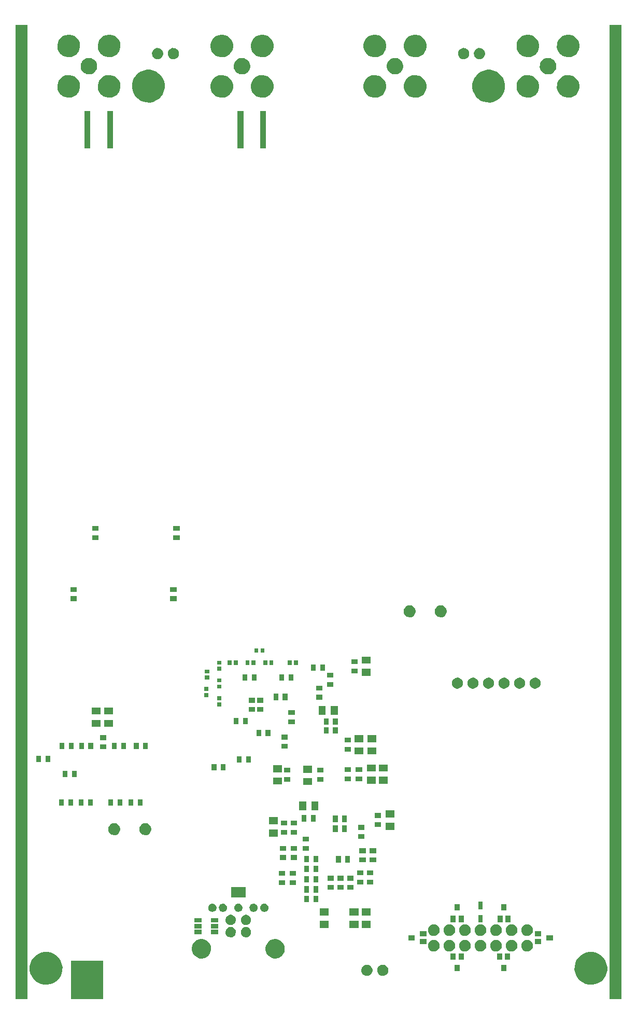
<source format=gbr>
G04 #@! TF.FileFunction,Soldermask,Bot*
%FSLAX46Y46*%
G04 Gerber Fmt 4.6, Leading zero omitted, Abs format (unit mm)*
G04 Created by KiCad (PCBNEW 4.0.7) date 02/12/19 19:11:39*
%MOMM*%
%LPD*%
G01*
G04 APERTURE LIST*
%ADD10C,0.100000*%
G04 APERTURE END LIST*
D10*
G36*
X34850000Y-189450000D02*
X29550000Y-189450000D01*
X29550000Y-183150000D01*
X34850000Y-183150000D01*
X34850000Y-189450000D01*
X34850000Y-189450000D01*
G37*
G36*
X119500000Y-189400000D02*
X117500000Y-189400000D01*
X117500000Y-30400000D01*
X119500000Y-30400000D01*
X119500000Y-189400000D01*
X119500000Y-189400000D01*
G37*
G36*
X22500000Y-189400000D02*
X20500000Y-189400000D01*
X20500000Y-30400000D01*
X22500000Y-30400000D01*
X22500000Y-189400000D01*
X22500000Y-189400000D01*
G37*
G36*
X25780964Y-181726778D02*
X26294848Y-181832264D01*
X26778451Y-182035551D01*
X27213365Y-182328905D01*
X27583008Y-182701137D01*
X27873317Y-183138087D01*
X28073223Y-183623095D01*
X28175013Y-184137175D01*
X28175013Y-184137187D01*
X28175115Y-184137703D01*
X28166748Y-184736889D01*
X28166632Y-184737398D01*
X28166632Y-184737417D01*
X28050528Y-185248448D01*
X27837156Y-185727690D01*
X27534764Y-186156358D01*
X27154866Y-186518130D01*
X26711934Y-186799223D01*
X26222840Y-186988930D01*
X25706217Y-187080025D01*
X25181736Y-187069038D01*
X24669382Y-186956390D01*
X24188659Y-186746368D01*
X23757889Y-186446975D01*
X23393472Y-186069610D01*
X23109297Y-185628656D01*
X22916180Y-185140898D01*
X22821481Y-184624924D01*
X22828806Y-184100376D01*
X22937875Y-183587244D01*
X23144534Y-183105073D01*
X23440914Y-182672221D01*
X23815724Y-182305180D01*
X24254685Y-182017932D01*
X24741081Y-181821415D01*
X25256383Y-181723116D01*
X25780964Y-181726778D01*
X25780964Y-181726778D01*
G37*
G36*
X114780964Y-181726778D02*
X115294848Y-181832264D01*
X115778451Y-182035551D01*
X116213365Y-182328905D01*
X116583008Y-182701137D01*
X116873317Y-183138087D01*
X117073223Y-183623095D01*
X117175013Y-184137175D01*
X117175013Y-184137187D01*
X117175115Y-184137703D01*
X117166748Y-184736889D01*
X117166632Y-184737398D01*
X117166632Y-184737417D01*
X117050528Y-185248448D01*
X116837156Y-185727690D01*
X116534764Y-186156358D01*
X116154866Y-186518130D01*
X115711934Y-186799223D01*
X115222840Y-186988930D01*
X114706217Y-187080025D01*
X114181736Y-187069038D01*
X113669382Y-186956390D01*
X113188659Y-186746368D01*
X112757889Y-186446975D01*
X112393472Y-186069610D01*
X112109297Y-185628656D01*
X111916180Y-185140898D01*
X111821481Y-184624924D01*
X111828806Y-184100376D01*
X111937875Y-183587244D01*
X112144534Y-183105073D01*
X112440914Y-182672221D01*
X112815724Y-182305180D01*
X113254685Y-182017932D01*
X113741081Y-181821415D01*
X114256383Y-181723116D01*
X114780964Y-181726778D01*
X114780964Y-181726778D01*
G37*
G36*
X80582165Y-183795005D02*
X80757599Y-183831017D01*
X80922693Y-183900416D01*
X81071166Y-184000562D01*
X81197353Y-184127633D01*
X81296464Y-184276806D01*
X81364707Y-184442376D01*
X81399387Y-184617527D01*
X81399387Y-184617535D01*
X81399490Y-184618056D01*
X81396633Y-184822608D01*
X81396517Y-184823117D01*
X81396517Y-184823137D01*
X81356959Y-184997246D01*
X81284118Y-185160853D01*
X81180887Y-185307191D01*
X81051195Y-185430695D01*
X80899984Y-185526656D01*
X80733015Y-185591420D01*
X80556649Y-185622518D01*
X80377599Y-185618766D01*
X80202692Y-185580311D01*
X80038577Y-185508611D01*
X79891523Y-185406405D01*
X79767114Y-185277577D01*
X79670103Y-185127044D01*
X79604175Y-184960530D01*
X79571847Y-184784388D01*
X79574348Y-184605312D01*
X79611582Y-184430137D01*
X79682130Y-184265537D01*
X79783314Y-184117762D01*
X79911267Y-183992461D01*
X80061118Y-183894401D01*
X80227166Y-183827313D01*
X80403083Y-183793755D01*
X80582165Y-183795005D01*
X80582165Y-183795005D01*
G37*
G36*
X78003665Y-183795005D02*
X78179099Y-183831017D01*
X78344193Y-183900416D01*
X78492666Y-184000562D01*
X78618853Y-184127633D01*
X78717964Y-184276806D01*
X78786207Y-184442376D01*
X78820887Y-184617527D01*
X78820887Y-184617535D01*
X78820990Y-184618056D01*
X78818133Y-184822608D01*
X78818017Y-184823117D01*
X78818017Y-184823137D01*
X78778459Y-184997246D01*
X78705618Y-185160853D01*
X78602387Y-185307191D01*
X78472695Y-185430695D01*
X78321484Y-185526656D01*
X78154515Y-185591420D01*
X77978149Y-185622518D01*
X77799099Y-185618766D01*
X77624192Y-185580311D01*
X77460077Y-185508611D01*
X77313023Y-185406405D01*
X77188614Y-185277577D01*
X77091603Y-185127044D01*
X77025675Y-184960530D01*
X76993347Y-184784388D01*
X76995848Y-184605312D01*
X77033082Y-184430137D01*
X77103630Y-184265537D01*
X77204814Y-184117762D01*
X77332767Y-183992461D01*
X77482618Y-183894401D01*
X77648666Y-183827313D01*
X77824583Y-183793755D01*
X78003665Y-183795005D01*
X78003665Y-183795005D01*
G37*
G36*
X100675000Y-184875000D02*
X99825000Y-184875000D01*
X99825000Y-183825000D01*
X100675000Y-183825000D01*
X100675000Y-184875000D01*
X100675000Y-184875000D01*
G37*
G36*
X93075000Y-184875000D02*
X92225000Y-184875000D01*
X92225000Y-183825000D01*
X93075000Y-183825000D01*
X93075000Y-184875000D01*
X93075000Y-184875000D01*
G37*
G36*
X92425000Y-182975000D02*
X91575000Y-182975000D01*
X91575000Y-181925000D01*
X92425000Y-181925000D01*
X92425000Y-182975000D01*
X92425000Y-182975000D01*
G37*
G36*
X101325000Y-182975000D02*
X100475000Y-182975000D01*
X100475000Y-181925000D01*
X101325000Y-181925000D01*
X101325000Y-182975000D01*
X101325000Y-182975000D01*
G37*
G36*
X100025000Y-182975000D02*
X99175000Y-182975000D01*
X99175000Y-181925000D01*
X100025000Y-181925000D01*
X100025000Y-182975000D01*
X100025000Y-182975000D01*
G37*
G36*
X93725000Y-182975000D02*
X92875000Y-182975000D01*
X92875000Y-181925000D01*
X93725000Y-181925000D01*
X93725000Y-182975000D01*
X93725000Y-182975000D01*
G37*
G36*
X51045426Y-179626046D02*
X51347996Y-179688155D01*
X51632734Y-179807848D01*
X51888804Y-179980569D01*
X52106442Y-180199732D01*
X52277376Y-180457007D01*
X52395076Y-180742569D01*
X52454965Y-181045036D01*
X52454965Y-181045042D01*
X52455068Y-181045563D01*
X52450142Y-181398355D01*
X52450025Y-181398869D01*
X52450025Y-181398884D01*
X52381714Y-181699553D01*
X52256083Y-181981725D01*
X52078040Y-182234117D01*
X51854361Y-182447124D01*
X51593569Y-182612628D01*
X51305597Y-182724325D01*
X51001417Y-182777960D01*
X50692610Y-182771490D01*
X50390945Y-182705166D01*
X50107902Y-182581507D01*
X49854271Y-182405229D01*
X49639706Y-182183042D01*
X49472389Y-181923415D01*
X49358684Y-181636229D01*
X49302927Y-181332433D01*
X49307240Y-181023585D01*
X49371459Y-180721460D01*
X49493136Y-180437567D01*
X49667640Y-180182709D01*
X49888324Y-179966600D01*
X50146776Y-179797473D01*
X50433159Y-179681767D01*
X50736561Y-179623890D01*
X51045426Y-179626046D01*
X51045426Y-179626046D01*
G37*
G36*
X63085426Y-179626046D02*
X63387996Y-179688155D01*
X63672734Y-179807848D01*
X63928804Y-179980569D01*
X64146442Y-180199732D01*
X64317376Y-180457007D01*
X64435076Y-180742569D01*
X64494965Y-181045036D01*
X64494965Y-181045042D01*
X64495068Y-181045563D01*
X64490142Y-181398355D01*
X64490025Y-181398869D01*
X64490025Y-181398884D01*
X64421714Y-181699553D01*
X64296083Y-181981725D01*
X64118040Y-182234117D01*
X63894361Y-182447124D01*
X63633569Y-182612628D01*
X63345597Y-182724325D01*
X63041417Y-182777960D01*
X62732610Y-182771490D01*
X62430945Y-182705166D01*
X62147902Y-182581507D01*
X61894271Y-182405229D01*
X61679706Y-182183042D01*
X61512389Y-181923415D01*
X61398684Y-181636229D01*
X61342927Y-181332433D01*
X61347240Y-181023585D01*
X61411459Y-180721460D01*
X61533136Y-180437567D01*
X61707640Y-180182709D01*
X61928324Y-179966600D01*
X62186776Y-179797473D01*
X62473159Y-179681767D01*
X62776561Y-179623890D01*
X63085426Y-179626046D01*
X63085426Y-179626046D01*
G37*
G36*
X88933780Y-179750630D02*
X89116284Y-179788092D01*
X89288028Y-179860287D01*
X89442488Y-179964472D01*
X89573759Y-180096662D01*
X89676862Y-180251844D01*
X89747856Y-180424091D01*
X89783939Y-180606320D01*
X89783939Y-180606332D01*
X89784041Y-180606848D01*
X89781070Y-180819643D01*
X89780953Y-180820157D01*
X89780953Y-180820171D01*
X89739797Y-181001318D01*
X89664020Y-181171518D01*
X89556629Y-181323753D01*
X89421711Y-181452234D01*
X89264406Y-181552062D01*
X89090709Y-181619436D01*
X88907236Y-181651787D01*
X88720971Y-181647884D01*
X88539013Y-181607879D01*
X88368290Y-181533292D01*
X88215305Y-181426965D01*
X88085885Y-181292946D01*
X87984964Y-181136346D01*
X87916380Y-180963123D01*
X87882748Y-180779882D01*
X87885350Y-180593590D01*
X87924085Y-180411356D01*
X87997476Y-180240122D01*
X88102737Y-180086393D01*
X88235846Y-179956043D01*
X88391737Y-179854030D01*
X88564476Y-179784239D01*
X88747481Y-179749329D01*
X88933780Y-179750630D01*
X88933780Y-179750630D01*
G37*
G36*
X104173780Y-179750630D02*
X104356284Y-179788092D01*
X104528028Y-179860287D01*
X104682488Y-179964472D01*
X104813759Y-180096662D01*
X104916862Y-180251844D01*
X104987856Y-180424091D01*
X105023939Y-180606320D01*
X105023939Y-180606332D01*
X105024041Y-180606848D01*
X105021070Y-180819643D01*
X105020953Y-180820157D01*
X105020953Y-180820171D01*
X104979797Y-181001318D01*
X104904020Y-181171518D01*
X104796629Y-181323753D01*
X104661711Y-181452234D01*
X104504406Y-181552062D01*
X104330709Y-181619436D01*
X104147236Y-181651787D01*
X103960971Y-181647884D01*
X103779013Y-181607879D01*
X103608290Y-181533292D01*
X103455305Y-181426965D01*
X103325885Y-181292946D01*
X103224964Y-181136346D01*
X103156380Y-180963123D01*
X103122748Y-180779882D01*
X103125350Y-180593590D01*
X103164085Y-180411356D01*
X103237476Y-180240122D01*
X103342737Y-180086393D01*
X103475846Y-179956043D01*
X103631737Y-179854030D01*
X103804476Y-179784239D01*
X103987481Y-179749329D01*
X104173780Y-179750630D01*
X104173780Y-179750630D01*
G37*
G36*
X91473780Y-179750630D02*
X91656284Y-179788092D01*
X91828028Y-179860287D01*
X91982488Y-179964472D01*
X92113759Y-180096662D01*
X92216862Y-180251844D01*
X92287856Y-180424091D01*
X92323939Y-180606320D01*
X92323939Y-180606332D01*
X92324041Y-180606848D01*
X92321070Y-180819643D01*
X92320953Y-180820157D01*
X92320953Y-180820171D01*
X92279797Y-181001318D01*
X92204020Y-181171518D01*
X92096629Y-181323753D01*
X91961711Y-181452234D01*
X91804406Y-181552062D01*
X91630709Y-181619436D01*
X91447236Y-181651787D01*
X91260971Y-181647884D01*
X91079013Y-181607879D01*
X90908290Y-181533292D01*
X90755305Y-181426965D01*
X90625885Y-181292946D01*
X90524964Y-181136346D01*
X90456380Y-180963123D01*
X90422748Y-180779882D01*
X90425350Y-180593590D01*
X90464085Y-180411356D01*
X90537476Y-180240122D01*
X90642737Y-180086393D01*
X90775846Y-179956043D01*
X90931737Y-179854030D01*
X91104476Y-179784239D01*
X91287481Y-179749329D01*
X91473780Y-179750630D01*
X91473780Y-179750630D01*
G37*
G36*
X94013780Y-179750630D02*
X94196284Y-179788092D01*
X94368028Y-179860287D01*
X94522488Y-179964472D01*
X94653759Y-180096662D01*
X94756862Y-180251844D01*
X94827856Y-180424091D01*
X94863939Y-180606320D01*
X94863939Y-180606332D01*
X94864041Y-180606848D01*
X94861070Y-180819643D01*
X94860953Y-180820157D01*
X94860953Y-180820171D01*
X94819797Y-181001318D01*
X94744020Y-181171518D01*
X94636629Y-181323753D01*
X94501711Y-181452234D01*
X94344406Y-181552062D01*
X94170709Y-181619436D01*
X93987236Y-181651787D01*
X93800971Y-181647884D01*
X93619013Y-181607879D01*
X93448290Y-181533292D01*
X93295305Y-181426965D01*
X93165885Y-181292946D01*
X93064964Y-181136346D01*
X92996380Y-180963123D01*
X92962748Y-180779882D01*
X92965350Y-180593590D01*
X93004085Y-180411356D01*
X93077476Y-180240122D01*
X93182737Y-180086393D01*
X93315846Y-179956043D01*
X93471737Y-179854030D01*
X93644476Y-179784239D01*
X93827481Y-179749329D01*
X94013780Y-179750630D01*
X94013780Y-179750630D01*
G37*
G36*
X96553780Y-179750630D02*
X96736284Y-179788092D01*
X96908028Y-179860287D01*
X97062488Y-179964472D01*
X97193759Y-180096662D01*
X97296862Y-180251844D01*
X97367856Y-180424091D01*
X97403939Y-180606320D01*
X97403939Y-180606332D01*
X97404041Y-180606848D01*
X97401070Y-180819643D01*
X97400953Y-180820157D01*
X97400953Y-180820171D01*
X97359797Y-181001318D01*
X97284020Y-181171518D01*
X97176629Y-181323753D01*
X97041711Y-181452234D01*
X96884406Y-181552062D01*
X96710709Y-181619436D01*
X96527236Y-181651787D01*
X96340971Y-181647884D01*
X96159013Y-181607879D01*
X95988290Y-181533292D01*
X95835305Y-181426965D01*
X95705885Y-181292946D01*
X95604964Y-181136346D01*
X95536380Y-180963123D01*
X95502748Y-180779882D01*
X95505350Y-180593590D01*
X95544085Y-180411356D01*
X95617476Y-180240122D01*
X95722737Y-180086393D01*
X95855846Y-179956043D01*
X96011737Y-179854030D01*
X96184476Y-179784239D01*
X96367481Y-179749329D01*
X96553780Y-179750630D01*
X96553780Y-179750630D01*
G37*
G36*
X99093780Y-179750630D02*
X99276284Y-179788092D01*
X99448028Y-179860287D01*
X99602488Y-179964472D01*
X99733759Y-180096662D01*
X99836862Y-180251844D01*
X99907856Y-180424091D01*
X99943939Y-180606320D01*
X99943939Y-180606332D01*
X99944041Y-180606848D01*
X99941070Y-180819643D01*
X99940953Y-180820157D01*
X99940953Y-180820171D01*
X99899797Y-181001318D01*
X99824020Y-181171518D01*
X99716629Y-181323753D01*
X99581711Y-181452234D01*
X99424406Y-181552062D01*
X99250709Y-181619436D01*
X99067236Y-181651787D01*
X98880971Y-181647884D01*
X98699013Y-181607879D01*
X98528290Y-181533292D01*
X98375305Y-181426965D01*
X98245885Y-181292946D01*
X98144964Y-181136346D01*
X98076380Y-180963123D01*
X98042748Y-180779882D01*
X98045350Y-180593590D01*
X98084085Y-180411356D01*
X98157476Y-180240122D01*
X98262737Y-180086393D01*
X98395846Y-179956043D01*
X98551737Y-179854030D01*
X98724476Y-179784239D01*
X98907481Y-179749329D01*
X99093780Y-179750630D01*
X99093780Y-179750630D01*
G37*
G36*
X101633780Y-179750630D02*
X101816284Y-179788092D01*
X101988028Y-179860287D01*
X102142488Y-179964472D01*
X102273759Y-180096662D01*
X102376862Y-180251844D01*
X102447856Y-180424091D01*
X102483939Y-180606320D01*
X102483939Y-180606332D01*
X102484041Y-180606848D01*
X102481070Y-180819643D01*
X102480953Y-180820157D01*
X102480953Y-180820171D01*
X102439797Y-181001318D01*
X102364020Y-181171518D01*
X102256629Y-181323753D01*
X102121711Y-181452234D01*
X101964406Y-181552062D01*
X101790709Y-181619436D01*
X101607236Y-181651787D01*
X101420971Y-181647884D01*
X101239013Y-181607879D01*
X101068290Y-181533292D01*
X100915305Y-181426965D01*
X100785885Y-181292946D01*
X100684964Y-181136346D01*
X100616380Y-180963123D01*
X100582748Y-180779882D01*
X100585350Y-180593590D01*
X100624085Y-180411356D01*
X100697476Y-180240122D01*
X100802737Y-180086393D01*
X100935846Y-179956043D01*
X101091737Y-179854030D01*
X101264476Y-179784239D01*
X101447481Y-179749329D01*
X101633780Y-179750630D01*
X101633780Y-179750630D01*
G37*
G36*
X106375000Y-180475000D02*
X105325000Y-180475000D01*
X105325000Y-179625000D01*
X106375000Y-179625000D01*
X106375000Y-180475000D01*
X106375000Y-180475000D01*
G37*
G36*
X87625000Y-180475000D02*
X86575000Y-180475000D01*
X86575000Y-179625000D01*
X87625000Y-179625000D01*
X87625000Y-180475000D01*
X87625000Y-180475000D01*
G37*
G36*
X108275000Y-179825000D02*
X107225000Y-179825000D01*
X107225000Y-178975000D01*
X108275000Y-178975000D01*
X108275000Y-179825000D01*
X108275000Y-179825000D01*
G37*
G36*
X85725000Y-179825000D02*
X84675000Y-179825000D01*
X84675000Y-178975000D01*
X85725000Y-178975000D01*
X85725000Y-179825000D01*
X85725000Y-179825000D01*
G37*
G36*
X58237911Y-177653554D02*
X58398707Y-177686560D01*
X58550026Y-177750169D01*
X58686109Y-177841958D01*
X58801769Y-177958428D01*
X58892607Y-178095151D01*
X58955157Y-178246907D01*
X58986935Y-178407399D01*
X58986935Y-178407417D01*
X58987036Y-178407928D01*
X58984418Y-178595412D01*
X58984302Y-178595921D01*
X58984302Y-178595940D01*
X58948057Y-178755476D01*
X58881291Y-178905434D01*
X58786675Y-179039560D01*
X58667805Y-179152759D01*
X58529212Y-179240713D01*
X58376174Y-179300072D01*
X58214525Y-179328576D01*
X58050415Y-179325137D01*
X57890103Y-179289891D01*
X57739684Y-179224174D01*
X57604897Y-179130495D01*
X57490870Y-179012417D01*
X57401954Y-178874445D01*
X57341527Y-178721825D01*
X57311896Y-178560380D01*
X57314189Y-178396247D01*
X57348316Y-178235689D01*
X57412977Y-178084823D01*
X57505718Y-177949379D01*
X57622991Y-177834537D01*
X57760347Y-177744654D01*
X57912535Y-177683165D01*
X58073772Y-177652408D01*
X58237911Y-177653554D01*
X58237911Y-177653554D01*
G37*
G36*
X55737911Y-177653554D02*
X55898707Y-177686560D01*
X56050026Y-177750169D01*
X56186109Y-177841958D01*
X56301769Y-177958428D01*
X56392607Y-178095151D01*
X56455157Y-178246907D01*
X56486935Y-178407399D01*
X56486935Y-178407417D01*
X56487036Y-178407928D01*
X56484418Y-178595412D01*
X56484302Y-178595921D01*
X56484302Y-178595940D01*
X56448057Y-178755476D01*
X56381291Y-178905434D01*
X56286675Y-179039560D01*
X56167805Y-179152759D01*
X56029212Y-179240713D01*
X55876174Y-179300072D01*
X55714525Y-179328576D01*
X55550415Y-179325137D01*
X55390103Y-179289891D01*
X55239684Y-179224174D01*
X55104897Y-179130495D01*
X54990870Y-179012417D01*
X54901954Y-178874445D01*
X54841527Y-178721825D01*
X54811896Y-178560380D01*
X54814189Y-178396247D01*
X54848316Y-178235689D01*
X54912977Y-178084823D01*
X55005718Y-177949379D01*
X55122991Y-177834537D01*
X55260347Y-177744654D01*
X55412535Y-177683165D01*
X55573772Y-177652408D01*
X55737911Y-177653554D01*
X55737911Y-177653554D01*
G37*
G36*
X87625000Y-179175000D02*
X86575000Y-179175000D01*
X86575000Y-178325000D01*
X87625000Y-178325000D01*
X87625000Y-179175000D01*
X87625000Y-179175000D01*
G37*
G36*
X106375000Y-179175000D02*
X105325000Y-179175000D01*
X105325000Y-178325000D01*
X106375000Y-178325000D01*
X106375000Y-179175000D01*
X106375000Y-179175000D01*
G37*
G36*
X99093780Y-177210630D02*
X99276284Y-177248092D01*
X99448028Y-177320287D01*
X99602488Y-177424472D01*
X99733759Y-177556662D01*
X99836862Y-177711844D01*
X99907856Y-177884091D01*
X99943939Y-178066320D01*
X99943939Y-178066332D01*
X99944041Y-178066848D01*
X99941070Y-178279643D01*
X99940953Y-178280157D01*
X99940953Y-178280171D01*
X99899797Y-178461318D01*
X99824020Y-178631518D01*
X99716629Y-178783753D01*
X99581711Y-178912234D01*
X99424406Y-179012062D01*
X99250709Y-179079436D01*
X99067236Y-179111787D01*
X98880971Y-179107884D01*
X98699013Y-179067879D01*
X98528290Y-178993292D01*
X98375305Y-178886965D01*
X98245885Y-178752946D01*
X98144964Y-178596346D01*
X98076380Y-178423123D01*
X98042748Y-178239882D01*
X98045350Y-178053590D01*
X98084085Y-177871356D01*
X98157476Y-177700122D01*
X98262737Y-177546393D01*
X98395846Y-177416043D01*
X98551737Y-177314030D01*
X98724476Y-177244239D01*
X98907481Y-177209329D01*
X99093780Y-177210630D01*
X99093780Y-177210630D01*
G37*
G36*
X96553780Y-177210630D02*
X96736284Y-177248092D01*
X96908028Y-177320287D01*
X97062488Y-177424472D01*
X97193759Y-177556662D01*
X97296862Y-177711844D01*
X97367856Y-177884091D01*
X97403939Y-178066320D01*
X97403939Y-178066332D01*
X97404041Y-178066848D01*
X97401070Y-178279643D01*
X97400953Y-178280157D01*
X97400953Y-178280171D01*
X97359797Y-178461318D01*
X97284020Y-178631518D01*
X97176629Y-178783753D01*
X97041711Y-178912234D01*
X96884406Y-179012062D01*
X96710709Y-179079436D01*
X96527236Y-179111787D01*
X96340971Y-179107884D01*
X96159013Y-179067879D01*
X95988290Y-178993292D01*
X95835305Y-178886965D01*
X95705885Y-178752946D01*
X95604964Y-178596346D01*
X95536380Y-178423123D01*
X95502748Y-178239882D01*
X95505350Y-178053590D01*
X95544085Y-177871356D01*
X95617476Y-177700122D01*
X95722737Y-177546393D01*
X95855846Y-177416043D01*
X96011737Y-177314030D01*
X96184476Y-177244239D01*
X96367481Y-177209329D01*
X96553780Y-177210630D01*
X96553780Y-177210630D01*
G37*
G36*
X94013780Y-177210630D02*
X94196284Y-177248092D01*
X94368028Y-177320287D01*
X94522488Y-177424472D01*
X94653759Y-177556662D01*
X94756862Y-177711844D01*
X94827856Y-177884091D01*
X94863939Y-178066320D01*
X94863939Y-178066332D01*
X94864041Y-178066848D01*
X94861070Y-178279643D01*
X94860953Y-178280157D01*
X94860953Y-178280171D01*
X94819797Y-178461318D01*
X94744020Y-178631518D01*
X94636629Y-178783753D01*
X94501711Y-178912234D01*
X94344406Y-179012062D01*
X94170709Y-179079436D01*
X93987236Y-179111787D01*
X93800971Y-179107884D01*
X93619013Y-179067879D01*
X93448290Y-178993292D01*
X93295305Y-178886965D01*
X93165885Y-178752946D01*
X93064964Y-178596346D01*
X92996380Y-178423123D01*
X92962748Y-178239882D01*
X92965350Y-178053590D01*
X93004085Y-177871356D01*
X93077476Y-177700122D01*
X93182737Y-177546393D01*
X93315846Y-177416043D01*
X93471737Y-177314030D01*
X93644476Y-177244239D01*
X93827481Y-177209329D01*
X94013780Y-177210630D01*
X94013780Y-177210630D01*
G37*
G36*
X91473780Y-177210630D02*
X91656284Y-177248092D01*
X91828028Y-177320287D01*
X91982488Y-177424472D01*
X92113759Y-177556662D01*
X92216862Y-177711844D01*
X92287856Y-177884091D01*
X92323939Y-178066320D01*
X92323939Y-178066332D01*
X92324041Y-178066848D01*
X92321070Y-178279643D01*
X92320953Y-178280157D01*
X92320953Y-178280171D01*
X92279797Y-178461318D01*
X92204020Y-178631518D01*
X92096629Y-178783753D01*
X91961711Y-178912234D01*
X91804406Y-179012062D01*
X91630709Y-179079436D01*
X91447236Y-179111787D01*
X91260971Y-179107884D01*
X91079013Y-179067879D01*
X90908290Y-178993292D01*
X90755305Y-178886965D01*
X90625885Y-178752946D01*
X90524964Y-178596346D01*
X90456380Y-178423123D01*
X90422748Y-178239882D01*
X90425350Y-178053590D01*
X90464085Y-177871356D01*
X90537476Y-177700122D01*
X90642737Y-177546393D01*
X90775846Y-177416043D01*
X90931737Y-177314030D01*
X91104476Y-177244239D01*
X91287481Y-177209329D01*
X91473780Y-177210630D01*
X91473780Y-177210630D01*
G37*
G36*
X88933780Y-177210630D02*
X89116284Y-177248092D01*
X89288028Y-177320287D01*
X89442488Y-177424472D01*
X89573759Y-177556662D01*
X89676862Y-177711844D01*
X89747856Y-177884091D01*
X89783939Y-178066320D01*
X89783939Y-178066332D01*
X89784041Y-178066848D01*
X89781070Y-178279643D01*
X89780953Y-178280157D01*
X89780953Y-178280171D01*
X89739797Y-178461318D01*
X89664020Y-178631518D01*
X89556629Y-178783753D01*
X89421711Y-178912234D01*
X89264406Y-179012062D01*
X89090709Y-179079436D01*
X88907236Y-179111787D01*
X88720971Y-179107884D01*
X88539013Y-179067879D01*
X88368290Y-178993292D01*
X88215305Y-178886965D01*
X88085885Y-178752946D01*
X87984964Y-178596346D01*
X87916380Y-178423123D01*
X87882748Y-178239882D01*
X87885350Y-178053590D01*
X87924085Y-177871356D01*
X87997476Y-177700122D01*
X88102737Y-177546393D01*
X88235846Y-177416043D01*
X88391737Y-177314030D01*
X88564476Y-177244239D01*
X88747481Y-177209329D01*
X88933780Y-177210630D01*
X88933780Y-177210630D01*
G37*
G36*
X101633780Y-177210630D02*
X101816284Y-177248092D01*
X101988028Y-177320287D01*
X102142488Y-177424472D01*
X102273759Y-177556662D01*
X102376862Y-177711844D01*
X102447856Y-177884091D01*
X102483939Y-178066320D01*
X102483939Y-178066332D01*
X102484041Y-178066848D01*
X102481070Y-178279643D01*
X102480953Y-178280157D01*
X102480953Y-178280171D01*
X102439797Y-178461318D01*
X102364020Y-178631518D01*
X102256629Y-178783753D01*
X102121711Y-178912234D01*
X101964406Y-179012062D01*
X101790709Y-179079436D01*
X101607236Y-179111787D01*
X101420971Y-179107884D01*
X101239013Y-179067879D01*
X101068290Y-178993292D01*
X100915305Y-178886965D01*
X100785885Y-178752946D01*
X100684964Y-178596346D01*
X100616380Y-178423123D01*
X100582748Y-178239882D01*
X100585350Y-178053590D01*
X100624085Y-177871356D01*
X100697476Y-177700122D01*
X100802737Y-177546393D01*
X100935846Y-177416043D01*
X101091737Y-177314030D01*
X101264476Y-177244239D01*
X101447481Y-177209329D01*
X101633780Y-177210630D01*
X101633780Y-177210630D01*
G37*
G36*
X104173780Y-177210630D02*
X104356284Y-177248092D01*
X104528028Y-177320287D01*
X104682488Y-177424472D01*
X104813759Y-177556662D01*
X104916862Y-177711844D01*
X104987856Y-177884091D01*
X105023939Y-178066320D01*
X105023939Y-178066332D01*
X105024041Y-178066848D01*
X105021070Y-178279643D01*
X105020953Y-178280157D01*
X105020953Y-178280171D01*
X104979797Y-178461318D01*
X104904020Y-178631518D01*
X104796629Y-178783753D01*
X104661711Y-178912234D01*
X104504406Y-179012062D01*
X104330709Y-179079436D01*
X104147236Y-179111787D01*
X103960971Y-179107884D01*
X103779013Y-179067879D01*
X103608290Y-178993292D01*
X103455305Y-178886965D01*
X103325885Y-178752946D01*
X103224964Y-178596346D01*
X103156380Y-178423123D01*
X103122748Y-178239882D01*
X103125350Y-178053590D01*
X103164085Y-177871356D01*
X103237476Y-177700122D01*
X103342737Y-177546393D01*
X103475846Y-177416043D01*
X103631737Y-177314030D01*
X103804476Y-177244239D01*
X103987481Y-177209329D01*
X104173780Y-177210630D01*
X104173780Y-177210630D01*
G37*
G36*
X50900000Y-178825000D02*
X49700000Y-178825000D01*
X49700000Y-178075000D01*
X50900000Y-178075000D01*
X50900000Y-178825000D01*
X50900000Y-178825000D01*
G37*
G36*
X53600000Y-178825000D02*
X52400000Y-178825000D01*
X52400000Y-178075000D01*
X53600000Y-178075000D01*
X53600000Y-178825000D01*
X53600000Y-178825000D01*
G37*
G36*
X50900000Y-177875000D02*
X49700000Y-177875000D01*
X49700000Y-177125000D01*
X50900000Y-177125000D01*
X50900000Y-177875000D01*
X50900000Y-177875000D01*
G37*
G36*
X53600000Y-177875000D02*
X52400000Y-177875000D01*
X52400000Y-177125000D01*
X53600000Y-177125000D01*
X53600000Y-177875000D01*
X53600000Y-177875000D01*
G37*
G36*
X76525000Y-177775000D02*
X75075000Y-177775000D01*
X75075000Y-176625000D01*
X76525000Y-176625000D01*
X76525000Y-177775000D01*
X76525000Y-177775000D01*
G37*
G36*
X71675000Y-177775000D02*
X70225000Y-177775000D01*
X70225000Y-176625000D01*
X71675000Y-176625000D01*
X71675000Y-177775000D01*
X71675000Y-177775000D01*
G37*
G36*
X78525000Y-177775000D02*
X77075000Y-177775000D01*
X77075000Y-176625000D01*
X78525000Y-176625000D01*
X78525000Y-177775000D01*
X78525000Y-177775000D01*
G37*
G36*
X55737911Y-175653554D02*
X55898707Y-175686560D01*
X56050026Y-175750169D01*
X56186109Y-175841958D01*
X56301769Y-175958428D01*
X56392607Y-176095151D01*
X56455157Y-176246907D01*
X56486935Y-176407399D01*
X56486935Y-176407417D01*
X56487036Y-176407928D01*
X56484418Y-176595412D01*
X56484302Y-176595921D01*
X56484302Y-176595940D01*
X56448057Y-176755476D01*
X56381291Y-176905434D01*
X56286675Y-177039560D01*
X56167805Y-177152759D01*
X56029212Y-177240713D01*
X55876174Y-177300072D01*
X55714525Y-177328576D01*
X55550415Y-177325137D01*
X55390103Y-177289891D01*
X55239684Y-177224174D01*
X55104897Y-177130495D01*
X54990870Y-177012417D01*
X54901954Y-176874445D01*
X54841527Y-176721825D01*
X54811896Y-176560380D01*
X54814189Y-176396247D01*
X54848316Y-176235689D01*
X54912977Y-176084823D01*
X55005718Y-175949379D01*
X55122991Y-175834537D01*
X55260347Y-175744654D01*
X55412535Y-175683165D01*
X55573772Y-175652408D01*
X55737911Y-175653554D01*
X55737911Y-175653554D01*
G37*
G36*
X58237911Y-175653554D02*
X58398707Y-175686560D01*
X58550026Y-175750169D01*
X58686109Y-175841958D01*
X58801769Y-175958428D01*
X58892607Y-176095151D01*
X58955157Y-176246907D01*
X58986935Y-176407399D01*
X58986935Y-176407417D01*
X58987036Y-176407928D01*
X58984418Y-176595412D01*
X58984302Y-176595921D01*
X58984302Y-176595940D01*
X58948057Y-176755476D01*
X58881291Y-176905434D01*
X58786675Y-177039560D01*
X58667805Y-177152759D01*
X58529212Y-177240713D01*
X58376174Y-177300072D01*
X58214525Y-177328576D01*
X58050415Y-177325137D01*
X57890103Y-177289891D01*
X57739684Y-177224174D01*
X57604897Y-177130495D01*
X57490870Y-177012417D01*
X57401954Y-176874445D01*
X57341527Y-176721825D01*
X57311896Y-176560380D01*
X57314189Y-176396247D01*
X57348316Y-176235689D01*
X57412977Y-176084823D01*
X57505718Y-175949379D01*
X57622991Y-175834537D01*
X57760347Y-175744654D01*
X57912535Y-175683165D01*
X58073772Y-175652408D01*
X58237911Y-175653554D01*
X58237911Y-175653554D01*
G37*
G36*
X50900000Y-176925000D02*
X49700000Y-176925000D01*
X49700000Y-176175000D01*
X50900000Y-176175000D01*
X50900000Y-176925000D01*
X50900000Y-176925000D01*
G37*
G36*
X53600000Y-176925000D02*
X52400000Y-176925000D01*
X52400000Y-176175000D01*
X53600000Y-176175000D01*
X53600000Y-176925000D01*
X53600000Y-176925000D01*
G37*
G36*
X101375000Y-176875000D02*
X100525000Y-176875000D01*
X100525000Y-175825000D01*
X101375000Y-175825000D01*
X101375000Y-176875000D01*
X101375000Y-176875000D01*
G37*
G36*
X100075000Y-176875000D02*
X99225000Y-176875000D01*
X99225000Y-175825000D01*
X100075000Y-175825000D01*
X100075000Y-176875000D01*
X100075000Y-176875000D01*
G37*
G36*
X96795000Y-176875000D02*
X96105000Y-176875000D01*
X96105000Y-175665000D01*
X96795000Y-175665000D01*
X96795000Y-176875000D01*
X96795000Y-176875000D01*
G37*
G36*
X93725000Y-176875000D02*
X92875000Y-176875000D01*
X92875000Y-175825000D01*
X93725000Y-175825000D01*
X93725000Y-176875000D01*
X93725000Y-176875000D01*
G37*
G36*
X92425000Y-176875000D02*
X91575000Y-176875000D01*
X91575000Y-175825000D01*
X92425000Y-175825000D01*
X92425000Y-176875000D01*
X92425000Y-176875000D01*
G37*
G36*
X71675000Y-175775000D02*
X70225000Y-175775000D01*
X70225000Y-174625000D01*
X71675000Y-174625000D01*
X71675000Y-175775000D01*
X71675000Y-175775000D01*
G37*
G36*
X76525000Y-175775000D02*
X75075000Y-175775000D01*
X75075000Y-174625000D01*
X76525000Y-174625000D01*
X76525000Y-175775000D01*
X76525000Y-175775000D01*
G37*
G36*
X78525000Y-175775000D02*
X77075000Y-175775000D01*
X77075000Y-174625000D01*
X78525000Y-174625000D01*
X78525000Y-175775000D01*
X78525000Y-175775000D01*
G37*
G36*
X61220897Y-173815446D02*
X61350571Y-173842064D01*
X61472603Y-173893362D01*
X61582346Y-173967384D01*
X61675621Y-174061313D01*
X61748875Y-174171569D01*
X61799320Y-174293959D01*
X61824927Y-174423285D01*
X61824927Y-174423297D01*
X61825029Y-174423813D01*
X61822918Y-174575009D01*
X61822802Y-174575518D01*
X61822802Y-174575538D01*
X61793594Y-174704095D01*
X61739752Y-174825027D01*
X61663448Y-174933194D01*
X61567585Y-175024483D01*
X61455816Y-175095414D01*
X61332398Y-175143285D01*
X61202036Y-175166271D01*
X61069690Y-175163498D01*
X60940406Y-175135074D01*
X60819099Y-175082076D01*
X60710400Y-175006529D01*
X60618445Y-174911306D01*
X60546735Y-174800035D01*
X60498005Y-174676956D01*
X60474109Y-174546759D01*
X60475958Y-174414392D01*
X60503480Y-174284910D01*
X60555626Y-174163245D01*
X60630418Y-174054014D01*
X60724992Y-173961400D01*
X60835764Y-173888914D01*
X60958496Y-173839326D01*
X61088525Y-173814522D01*
X61220897Y-173815446D01*
X61220897Y-173815446D01*
G37*
G36*
X59470897Y-173815446D02*
X59600571Y-173842064D01*
X59722603Y-173893362D01*
X59832346Y-173967384D01*
X59925621Y-174061313D01*
X59998875Y-174171569D01*
X60049320Y-174293959D01*
X60074927Y-174423285D01*
X60074927Y-174423297D01*
X60075029Y-174423813D01*
X60072918Y-174575009D01*
X60072802Y-174575518D01*
X60072802Y-174575538D01*
X60043594Y-174704095D01*
X59989752Y-174825027D01*
X59913448Y-174933194D01*
X59817585Y-175024483D01*
X59705816Y-175095414D01*
X59582398Y-175143285D01*
X59452036Y-175166271D01*
X59319690Y-175163498D01*
X59190406Y-175135074D01*
X59069099Y-175082076D01*
X58960400Y-175006529D01*
X58868445Y-174911306D01*
X58796735Y-174800035D01*
X58748005Y-174676956D01*
X58724109Y-174546759D01*
X58725958Y-174414392D01*
X58753480Y-174284910D01*
X58805626Y-174163245D01*
X58880418Y-174054014D01*
X58974992Y-173961400D01*
X59085764Y-173888914D01*
X59208496Y-173839326D01*
X59338525Y-173814522D01*
X59470897Y-173815446D01*
X59470897Y-173815446D01*
G37*
G36*
X56970897Y-173815446D02*
X57100571Y-173842064D01*
X57222603Y-173893362D01*
X57332346Y-173967384D01*
X57425621Y-174061313D01*
X57498875Y-174171569D01*
X57549320Y-174293959D01*
X57574927Y-174423285D01*
X57574927Y-174423297D01*
X57575029Y-174423813D01*
X57572918Y-174575009D01*
X57572802Y-174575518D01*
X57572802Y-174575538D01*
X57543594Y-174704095D01*
X57489752Y-174825027D01*
X57413448Y-174933194D01*
X57317585Y-175024483D01*
X57205816Y-175095414D01*
X57082398Y-175143285D01*
X56952036Y-175166271D01*
X56819690Y-175163498D01*
X56690406Y-175135074D01*
X56569099Y-175082076D01*
X56460400Y-175006529D01*
X56368445Y-174911306D01*
X56296735Y-174800035D01*
X56248005Y-174676956D01*
X56224109Y-174546759D01*
X56225958Y-174414392D01*
X56253480Y-174284910D01*
X56305626Y-174163245D01*
X56380418Y-174054014D01*
X56474992Y-173961400D01*
X56585764Y-173888914D01*
X56708496Y-173839326D01*
X56838525Y-173814522D01*
X56970897Y-173815446D01*
X56970897Y-173815446D01*
G37*
G36*
X54470897Y-173815446D02*
X54600571Y-173842064D01*
X54722603Y-173893362D01*
X54832346Y-173967384D01*
X54925621Y-174061313D01*
X54998875Y-174171569D01*
X55049320Y-174293959D01*
X55074927Y-174423285D01*
X55074927Y-174423297D01*
X55075029Y-174423813D01*
X55072918Y-174575009D01*
X55072802Y-174575518D01*
X55072802Y-174575538D01*
X55043594Y-174704095D01*
X54989752Y-174825027D01*
X54913448Y-174933194D01*
X54817585Y-175024483D01*
X54705816Y-175095414D01*
X54582398Y-175143285D01*
X54452036Y-175166271D01*
X54319690Y-175163498D01*
X54190406Y-175135074D01*
X54069099Y-175082076D01*
X53960400Y-175006529D01*
X53868445Y-174911306D01*
X53796735Y-174800035D01*
X53748005Y-174676956D01*
X53724109Y-174546759D01*
X53725958Y-174414392D01*
X53753480Y-174284910D01*
X53805626Y-174163245D01*
X53880418Y-174054014D01*
X53974992Y-173961400D01*
X54085764Y-173888914D01*
X54208496Y-173839326D01*
X54338525Y-173814522D01*
X54470897Y-173815446D01*
X54470897Y-173815446D01*
G37*
G36*
X52720897Y-173815446D02*
X52850571Y-173842064D01*
X52972603Y-173893362D01*
X53082346Y-173967384D01*
X53175621Y-174061313D01*
X53248875Y-174171569D01*
X53299320Y-174293959D01*
X53324927Y-174423285D01*
X53324927Y-174423297D01*
X53325029Y-174423813D01*
X53322918Y-174575009D01*
X53322802Y-174575518D01*
X53322802Y-174575538D01*
X53293594Y-174704095D01*
X53239752Y-174825027D01*
X53163448Y-174933194D01*
X53067585Y-175024483D01*
X52955816Y-175095414D01*
X52832398Y-175143285D01*
X52702036Y-175166271D01*
X52569690Y-175163498D01*
X52440406Y-175135074D01*
X52319099Y-175082076D01*
X52210400Y-175006529D01*
X52118445Y-174911306D01*
X52046735Y-174800035D01*
X51998005Y-174676956D01*
X51974109Y-174546759D01*
X51975958Y-174414392D01*
X52003480Y-174284910D01*
X52055626Y-174163245D01*
X52130418Y-174054014D01*
X52224992Y-173961400D01*
X52335764Y-173888914D01*
X52458496Y-173839326D01*
X52588525Y-173814522D01*
X52720897Y-173815446D01*
X52720897Y-173815446D01*
G37*
G36*
X100725000Y-174975000D02*
X99875000Y-174975000D01*
X99875000Y-173925000D01*
X100725000Y-173925000D01*
X100725000Y-174975000D01*
X100725000Y-174975000D01*
G37*
G36*
X93075000Y-174975000D02*
X92225000Y-174975000D01*
X92225000Y-173925000D01*
X93075000Y-173925000D01*
X93075000Y-174975000D01*
X93075000Y-174975000D01*
G37*
G36*
X96795000Y-174735000D02*
X96105000Y-174735000D01*
X96105000Y-173525000D01*
X96795000Y-173525000D01*
X96795000Y-174735000D01*
X96795000Y-174735000D01*
G37*
G36*
X69942500Y-173619500D02*
X69157500Y-173619500D01*
X69157500Y-172580500D01*
X69942500Y-172580500D01*
X69942500Y-173619500D01*
X69942500Y-173619500D01*
G37*
G36*
X68442500Y-173619500D02*
X67657500Y-173619500D01*
X67657500Y-172580500D01*
X68442500Y-172580500D01*
X68442500Y-173619500D01*
X68442500Y-173619500D01*
G37*
G36*
X58075000Y-172787500D02*
X55725000Y-172787500D01*
X55725000Y-171087500D01*
X58075000Y-171087500D01*
X58075000Y-172787500D01*
X58075000Y-172787500D01*
G37*
G36*
X69942500Y-172019500D02*
X69157500Y-172019500D01*
X69157500Y-170980500D01*
X69942500Y-170980500D01*
X69942500Y-172019500D01*
X69942500Y-172019500D01*
G37*
G36*
X68442500Y-172019500D02*
X67657500Y-172019500D01*
X67657500Y-170980500D01*
X68442500Y-170980500D01*
X68442500Y-172019500D01*
X68442500Y-172019500D01*
G37*
G36*
X74119500Y-171580500D02*
X73080500Y-171580500D01*
X73080500Y-170795500D01*
X74119500Y-170795500D01*
X74119500Y-171580500D01*
X74119500Y-171580500D01*
G37*
G36*
X72519500Y-171580500D02*
X71480500Y-171580500D01*
X71480500Y-170795500D01*
X72519500Y-170795500D01*
X72519500Y-171580500D01*
X72519500Y-171580500D01*
G37*
G36*
X75719500Y-171580500D02*
X74680500Y-171580500D01*
X74680500Y-170795500D01*
X75719500Y-170795500D01*
X75719500Y-171580500D01*
X75719500Y-171580500D01*
G37*
G36*
X66319500Y-170792500D02*
X65280500Y-170792500D01*
X65280500Y-170007500D01*
X66319500Y-170007500D01*
X66319500Y-170792500D01*
X66319500Y-170792500D01*
G37*
G36*
X64519500Y-170792500D02*
X63480500Y-170792500D01*
X63480500Y-170007500D01*
X64519500Y-170007500D01*
X64519500Y-170792500D01*
X64519500Y-170792500D01*
G37*
G36*
X78919500Y-170692500D02*
X77880500Y-170692500D01*
X77880500Y-169907500D01*
X78919500Y-169907500D01*
X78919500Y-170692500D01*
X78919500Y-170692500D01*
G37*
G36*
X77319500Y-170692500D02*
X76280500Y-170692500D01*
X76280500Y-169907500D01*
X77319500Y-169907500D01*
X77319500Y-170692500D01*
X77319500Y-170692500D01*
G37*
G36*
X69942500Y-170369500D02*
X69157500Y-170369500D01*
X69157500Y-169330500D01*
X69942500Y-169330500D01*
X69942500Y-170369500D01*
X69942500Y-170369500D01*
G37*
G36*
X68442500Y-170369500D02*
X67657500Y-170369500D01*
X67657500Y-169330500D01*
X68442500Y-169330500D01*
X68442500Y-170369500D01*
X68442500Y-170369500D01*
G37*
G36*
X75719500Y-170080500D02*
X74680500Y-170080500D01*
X74680500Y-169295500D01*
X75719500Y-169295500D01*
X75719500Y-170080500D01*
X75719500Y-170080500D01*
G37*
G36*
X72519500Y-170080500D02*
X71480500Y-170080500D01*
X71480500Y-169295500D01*
X72519500Y-169295500D01*
X72519500Y-170080500D01*
X72519500Y-170080500D01*
G37*
G36*
X74119500Y-170080500D02*
X73080500Y-170080500D01*
X73080500Y-169295500D01*
X74119500Y-169295500D01*
X74119500Y-170080500D01*
X74119500Y-170080500D01*
G37*
G36*
X64519500Y-169292500D02*
X63480500Y-169292500D01*
X63480500Y-168507500D01*
X64519500Y-168507500D01*
X64519500Y-169292500D01*
X64519500Y-169292500D01*
G37*
G36*
X66319500Y-169292500D02*
X65280500Y-169292500D01*
X65280500Y-168507500D01*
X66319500Y-168507500D01*
X66319500Y-169292500D01*
X66319500Y-169292500D01*
G37*
G36*
X77319500Y-169192500D02*
X76280500Y-169192500D01*
X76280500Y-168407500D01*
X77319500Y-168407500D01*
X77319500Y-169192500D01*
X77319500Y-169192500D01*
G37*
G36*
X78919500Y-169192500D02*
X77880500Y-169192500D01*
X77880500Y-168407500D01*
X78919500Y-168407500D01*
X78919500Y-169192500D01*
X78919500Y-169192500D01*
G37*
G36*
X69942500Y-168669500D02*
X69157500Y-168669500D01*
X69157500Y-167630500D01*
X69942500Y-167630500D01*
X69942500Y-168669500D01*
X69942500Y-168669500D01*
G37*
G36*
X68442500Y-168669500D02*
X67657500Y-168669500D01*
X67657500Y-167630500D01*
X68442500Y-167630500D01*
X68442500Y-168669500D01*
X68442500Y-168669500D01*
G37*
G36*
X73642500Y-167119500D02*
X72857500Y-167119500D01*
X72857500Y-166080500D01*
X73642500Y-166080500D01*
X73642500Y-167119500D01*
X73642500Y-167119500D01*
G37*
G36*
X75142500Y-167119500D02*
X74357500Y-167119500D01*
X74357500Y-166080500D01*
X75142500Y-166080500D01*
X75142500Y-167119500D01*
X75142500Y-167119500D01*
G37*
G36*
X77719500Y-167092500D02*
X76680500Y-167092500D01*
X76680500Y-166307500D01*
X77719500Y-166307500D01*
X77719500Y-167092500D01*
X77719500Y-167092500D01*
G37*
G36*
X79419500Y-167092500D02*
X78380500Y-167092500D01*
X78380500Y-166307500D01*
X79419500Y-166307500D01*
X79419500Y-167092500D01*
X79419500Y-167092500D01*
G37*
G36*
X68442500Y-167069500D02*
X67657500Y-167069500D01*
X67657500Y-166030500D01*
X68442500Y-166030500D01*
X68442500Y-167069500D01*
X68442500Y-167069500D01*
G37*
G36*
X69942500Y-167069500D02*
X69157500Y-167069500D01*
X69157500Y-166030500D01*
X69942500Y-166030500D01*
X69942500Y-167069500D01*
X69942500Y-167069500D01*
G37*
G36*
X64719500Y-166692500D02*
X63680500Y-166692500D01*
X63680500Y-165907500D01*
X64719500Y-165907500D01*
X64719500Y-166692500D01*
X64719500Y-166692500D01*
G37*
G36*
X66519500Y-166692500D02*
X65480500Y-166692500D01*
X65480500Y-165907500D01*
X66519500Y-165907500D01*
X66519500Y-166692500D01*
X66519500Y-166692500D01*
G37*
G36*
X79419500Y-165592500D02*
X78380500Y-165592500D01*
X78380500Y-164807500D01*
X79419500Y-164807500D01*
X79419500Y-165592500D01*
X79419500Y-165592500D01*
G37*
G36*
X77719500Y-165592500D02*
X76680500Y-165592500D01*
X76680500Y-164807500D01*
X77719500Y-164807500D01*
X77719500Y-165592500D01*
X77719500Y-165592500D01*
G37*
G36*
X66519500Y-165192500D02*
X65480500Y-165192500D01*
X65480500Y-164407500D01*
X66519500Y-164407500D01*
X66519500Y-165192500D01*
X66519500Y-165192500D01*
G37*
G36*
X68419500Y-165192500D02*
X67380500Y-165192500D01*
X67380500Y-164407500D01*
X68419500Y-164407500D01*
X68419500Y-165192500D01*
X68419500Y-165192500D01*
G37*
G36*
X64719500Y-165192500D02*
X63680500Y-165192500D01*
X63680500Y-164407500D01*
X64719500Y-164407500D01*
X64719500Y-165192500D01*
X64719500Y-165192500D01*
G37*
G36*
X68419500Y-163692500D02*
X67380500Y-163692500D01*
X67380500Y-162907500D01*
X68419500Y-162907500D01*
X68419500Y-163692500D01*
X68419500Y-163692500D01*
G37*
G36*
X77519500Y-163292500D02*
X76480500Y-163292500D01*
X76480500Y-162507500D01*
X77519500Y-162507500D01*
X77519500Y-163292500D01*
X77519500Y-163292500D01*
G37*
G36*
X63325000Y-162875000D02*
X61875000Y-162875000D01*
X61875000Y-161725000D01*
X63325000Y-161725000D01*
X63325000Y-162875000D01*
X63325000Y-162875000D01*
G37*
G36*
X36732406Y-160705646D02*
X36919712Y-160744095D01*
X37095979Y-160818191D01*
X37254499Y-160925114D01*
X37389228Y-161060786D01*
X37495043Y-161220051D01*
X37567905Y-161396828D01*
X37604940Y-161583869D01*
X37604940Y-161583880D01*
X37605042Y-161584396D01*
X37601993Y-161802791D01*
X37601876Y-161803305D01*
X37601876Y-161803320D01*
X37559633Y-161989248D01*
X37481862Y-162163926D01*
X37371645Y-162320168D01*
X37233177Y-162452030D01*
X37071734Y-162554485D01*
X36893464Y-162623631D01*
X36705163Y-162656834D01*
X36513997Y-162652829D01*
X36327253Y-162611771D01*
X36152034Y-162535219D01*
X35995024Y-162426095D01*
X35862198Y-162288550D01*
X35758621Y-162127829D01*
X35688232Y-161950047D01*
X35653716Y-161761984D01*
X35656386Y-161570790D01*
X35696140Y-161383760D01*
X35771464Y-161208017D01*
X35879491Y-161050247D01*
X36016102Y-160916468D01*
X36176102Y-160811767D01*
X36353384Y-160740140D01*
X36541205Y-160704311D01*
X36732406Y-160705646D01*
X36732406Y-160705646D01*
G37*
G36*
X41812406Y-160705646D02*
X41999712Y-160744095D01*
X42175979Y-160818191D01*
X42334499Y-160925114D01*
X42469228Y-161060786D01*
X42575043Y-161220051D01*
X42647905Y-161396828D01*
X42684940Y-161583869D01*
X42684940Y-161583880D01*
X42685042Y-161584396D01*
X42681993Y-161802791D01*
X42681876Y-161803305D01*
X42681876Y-161803320D01*
X42639633Y-161989248D01*
X42561862Y-162163926D01*
X42451645Y-162320168D01*
X42313177Y-162452030D01*
X42151734Y-162554485D01*
X41973464Y-162623631D01*
X41785163Y-162656834D01*
X41593997Y-162652829D01*
X41407253Y-162611771D01*
X41232034Y-162535219D01*
X41075024Y-162426095D01*
X40942198Y-162288550D01*
X40838621Y-162127829D01*
X40768232Y-161950047D01*
X40733716Y-161761984D01*
X40736386Y-161570790D01*
X40776140Y-161383760D01*
X40851464Y-161208017D01*
X40959491Y-161050247D01*
X41096102Y-160916468D01*
X41256102Y-160811767D01*
X41433384Y-160740140D01*
X41621205Y-160704311D01*
X41812406Y-160705646D01*
X41812406Y-160705646D01*
G37*
G36*
X64919500Y-162592500D02*
X63880500Y-162592500D01*
X63880500Y-161807500D01*
X64919500Y-161807500D01*
X64919500Y-162592500D01*
X64919500Y-162592500D01*
G37*
G36*
X66519500Y-162592500D02*
X65480500Y-162592500D01*
X65480500Y-161807500D01*
X66519500Y-161807500D01*
X66519500Y-162592500D01*
X66519500Y-162592500D01*
G37*
G36*
X74642500Y-162119500D02*
X73857500Y-162119500D01*
X73857500Y-161080500D01*
X74642500Y-161080500D01*
X74642500Y-162119500D01*
X74642500Y-162119500D01*
G37*
G36*
X73142500Y-162119500D02*
X72357500Y-162119500D01*
X72357500Y-161080500D01*
X73142500Y-161080500D01*
X73142500Y-162119500D01*
X73142500Y-162119500D01*
G37*
G36*
X77519500Y-161792500D02*
X76480500Y-161792500D01*
X76480500Y-161007500D01*
X77519500Y-161007500D01*
X77519500Y-161792500D01*
X77519500Y-161792500D01*
G37*
G36*
X82375000Y-161775000D02*
X80925000Y-161775000D01*
X80925000Y-160625000D01*
X82375000Y-160625000D01*
X82375000Y-161775000D01*
X82375000Y-161775000D01*
G37*
G36*
X80219500Y-161342500D02*
X79180500Y-161342500D01*
X79180500Y-160557500D01*
X80219500Y-160557500D01*
X80219500Y-161342500D01*
X80219500Y-161342500D01*
G37*
G36*
X64919500Y-161092500D02*
X63880500Y-161092500D01*
X63880500Y-160307500D01*
X64919500Y-160307500D01*
X64919500Y-161092500D01*
X64919500Y-161092500D01*
G37*
G36*
X66519500Y-161092500D02*
X65480500Y-161092500D01*
X65480500Y-160307500D01*
X66519500Y-160307500D01*
X66519500Y-161092500D01*
X66519500Y-161092500D01*
G37*
G36*
X63325000Y-160875000D02*
X61875000Y-160875000D01*
X61875000Y-159725000D01*
X63325000Y-159725000D01*
X63325000Y-160875000D01*
X63325000Y-160875000D01*
G37*
G36*
X73142500Y-160519500D02*
X72357500Y-160519500D01*
X72357500Y-159480500D01*
X73142500Y-159480500D01*
X73142500Y-160519500D01*
X73142500Y-160519500D01*
G37*
G36*
X74642500Y-160519500D02*
X73857500Y-160519500D01*
X73857500Y-159480500D01*
X74642500Y-159480500D01*
X74642500Y-160519500D01*
X74642500Y-160519500D01*
G37*
G36*
X68042500Y-160419500D02*
X67257500Y-160419500D01*
X67257500Y-159380500D01*
X68042500Y-159380500D01*
X68042500Y-160419500D01*
X68042500Y-160419500D01*
G37*
G36*
X69542500Y-160419500D02*
X68757500Y-160419500D01*
X68757500Y-159380500D01*
X69542500Y-159380500D01*
X69542500Y-160419500D01*
X69542500Y-160419500D01*
G37*
G36*
X80219500Y-159842500D02*
X79180500Y-159842500D01*
X79180500Y-159057500D01*
X80219500Y-159057500D01*
X80219500Y-159842500D01*
X80219500Y-159842500D01*
G37*
G36*
X82375000Y-159775000D02*
X80925000Y-159775000D01*
X80925000Y-158625000D01*
X82375000Y-158625000D01*
X82375000Y-159775000D01*
X82375000Y-159775000D01*
G37*
G36*
X69975000Y-158625000D02*
X68825000Y-158625000D01*
X68825000Y-157175000D01*
X69975000Y-157175000D01*
X69975000Y-158625000D01*
X69975000Y-158625000D01*
G37*
G36*
X67975000Y-158625000D02*
X66825000Y-158625000D01*
X66825000Y-157175000D01*
X67975000Y-157175000D01*
X67975000Y-158625000D01*
X67975000Y-158625000D01*
G37*
G36*
X37942500Y-157819500D02*
X37157500Y-157819500D01*
X37157500Y-156780500D01*
X37942500Y-156780500D01*
X37942500Y-157819500D01*
X37942500Y-157819500D01*
G37*
G36*
X36442500Y-157819500D02*
X35657500Y-157819500D01*
X35657500Y-156780500D01*
X36442500Y-156780500D01*
X36442500Y-157819500D01*
X36442500Y-157819500D01*
G37*
G36*
X33142500Y-157819500D02*
X32357500Y-157819500D01*
X32357500Y-156780500D01*
X33142500Y-156780500D01*
X33142500Y-157819500D01*
X33142500Y-157819500D01*
G37*
G36*
X28392500Y-157819500D02*
X27607500Y-157819500D01*
X27607500Y-156780500D01*
X28392500Y-156780500D01*
X28392500Y-157819500D01*
X28392500Y-157819500D01*
G37*
G36*
X29892500Y-157819500D02*
X29107500Y-157819500D01*
X29107500Y-156780500D01*
X29892500Y-156780500D01*
X29892500Y-157819500D01*
X29892500Y-157819500D01*
G37*
G36*
X31642500Y-157819500D02*
X30857500Y-157819500D01*
X30857500Y-156780500D01*
X31642500Y-156780500D01*
X31642500Y-157819500D01*
X31642500Y-157819500D01*
G37*
G36*
X39742500Y-157819500D02*
X38957500Y-157819500D01*
X38957500Y-156780500D01*
X39742500Y-156780500D01*
X39742500Y-157819500D01*
X39742500Y-157819500D01*
G37*
G36*
X41242500Y-157819500D02*
X40457500Y-157819500D01*
X40457500Y-156780500D01*
X41242500Y-156780500D01*
X41242500Y-157819500D01*
X41242500Y-157819500D01*
G37*
G36*
X68925000Y-154475000D02*
X67475000Y-154475000D01*
X67475000Y-153325000D01*
X68925000Y-153325000D01*
X68925000Y-154475000D01*
X68925000Y-154475000D01*
G37*
G36*
X64025000Y-154375000D02*
X62575000Y-154375000D01*
X62575000Y-153225000D01*
X64025000Y-153225000D01*
X64025000Y-154375000D01*
X64025000Y-154375000D01*
G37*
G36*
X79325000Y-154275000D02*
X77875000Y-154275000D01*
X77875000Y-153125000D01*
X79325000Y-153125000D01*
X79325000Y-154275000D01*
X79325000Y-154275000D01*
G37*
G36*
X81325000Y-154275000D02*
X79875000Y-154275000D01*
X79875000Y-153125000D01*
X81325000Y-153125000D01*
X81325000Y-154275000D01*
X81325000Y-154275000D01*
G37*
G36*
X70819500Y-153942500D02*
X69780500Y-153942500D01*
X69780500Y-153157500D01*
X70819500Y-153157500D01*
X70819500Y-153942500D01*
X70819500Y-153942500D01*
G37*
G36*
X65419500Y-153942500D02*
X64380500Y-153942500D01*
X64380500Y-153157500D01*
X65419500Y-153157500D01*
X65419500Y-153942500D01*
X65419500Y-153942500D01*
G37*
G36*
X77119500Y-153842500D02*
X76080500Y-153842500D01*
X76080500Y-153057500D01*
X77119500Y-153057500D01*
X77119500Y-153842500D01*
X77119500Y-153842500D01*
G37*
G36*
X75319500Y-153842500D02*
X74280500Y-153842500D01*
X74280500Y-153057500D01*
X75319500Y-153057500D01*
X75319500Y-153842500D01*
X75319500Y-153842500D01*
G37*
G36*
X28992500Y-153219500D02*
X28207500Y-153219500D01*
X28207500Y-152180500D01*
X28992500Y-152180500D01*
X28992500Y-153219500D01*
X28992500Y-153219500D01*
G37*
G36*
X30492500Y-153219500D02*
X29707500Y-153219500D01*
X29707500Y-152180500D01*
X30492500Y-152180500D01*
X30492500Y-153219500D01*
X30492500Y-153219500D01*
G37*
G36*
X68925000Y-152475000D02*
X67475000Y-152475000D01*
X67475000Y-151325000D01*
X68925000Y-151325000D01*
X68925000Y-152475000D01*
X68925000Y-152475000D01*
G37*
G36*
X70819500Y-152442500D02*
X69780500Y-152442500D01*
X69780500Y-151657500D01*
X70819500Y-151657500D01*
X70819500Y-152442500D01*
X70819500Y-152442500D01*
G37*
G36*
X65419500Y-152442500D02*
X64380500Y-152442500D01*
X64380500Y-151657500D01*
X65419500Y-151657500D01*
X65419500Y-152442500D01*
X65419500Y-152442500D01*
G37*
G36*
X64025000Y-152375000D02*
X62575000Y-152375000D01*
X62575000Y-151225000D01*
X64025000Y-151225000D01*
X64025000Y-152375000D01*
X64025000Y-152375000D01*
G37*
G36*
X77119500Y-152342500D02*
X76080500Y-152342500D01*
X76080500Y-151557500D01*
X77119500Y-151557500D01*
X77119500Y-152342500D01*
X77119500Y-152342500D01*
G37*
G36*
X75319500Y-152342500D02*
X74280500Y-152342500D01*
X74280500Y-151557500D01*
X75319500Y-151557500D01*
X75319500Y-152342500D01*
X75319500Y-152342500D01*
G37*
G36*
X81325000Y-152275000D02*
X79875000Y-152275000D01*
X79875000Y-151125000D01*
X81325000Y-151125000D01*
X81325000Y-152275000D01*
X81325000Y-152275000D01*
G37*
G36*
X79325000Y-152275000D02*
X77875000Y-152275000D01*
X77875000Y-151125000D01*
X79325000Y-151125000D01*
X79325000Y-152275000D01*
X79325000Y-152275000D01*
G37*
G36*
X54842500Y-152119500D02*
X54057500Y-152119500D01*
X54057500Y-151080500D01*
X54842500Y-151080500D01*
X54842500Y-152119500D01*
X54842500Y-152119500D01*
G37*
G36*
X53342500Y-152119500D02*
X52557500Y-152119500D01*
X52557500Y-151080500D01*
X53342500Y-151080500D01*
X53342500Y-152119500D01*
X53342500Y-152119500D01*
G37*
G36*
X57442500Y-150819500D02*
X56657500Y-150819500D01*
X56657500Y-149780500D01*
X57442500Y-149780500D01*
X57442500Y-150819500D01*
X57442500Y-150819500D01*
G37*
G36*
X58942500Y-150819500D02*
X58157500Y-150819500D01*
X58157500Y-149780500D01*
X58942500Y-149780500D01*
X58942500Y-150819500D01*
X58942500Y-150819500D01*
G37*
G36*
X24692500Y-150719500D02*
X23907500Y-150719500D01*
X23907500Y-149680500D01*
X24692500Y-149680500D01*
X24692500Y-150719500D01*
X24692500Y-150719500D01*
G37*
G36*
X26192500Y-150719500D02*
X25407500Y-150719500D01*
X25407500Y-149680500D01*
X26192500Y-149680500D01*
X26192500Y-150719500D01*
X26192500Y-150719500D01*
G37*
G36*
X79475000Y-149475000D02*
X78025000Y-149475000D01*
X78025000Y-148325000D01*
X79475000Y-148325000D01*
X79475000Y-149475000D01*
X79475000Y-149475000D01*
G37*
G36*
X77325000Y-149475000D02*
X75875000Y-149475000D01*
X75875000Y-148325000D01*
X77325000Y-148325000D01*
X77325000Y-149475000D01*
X77325000Y-149475000D01*
G37*
G36*
X75319500Y-149042500D02*
X74280500Y-149042500D01*
X74280500Y-148257500D01*
X75319500Y-148257500D01*
X75319500Y-149042500D01*
X75319500Y-149042500D01*
G37*
G36*
X35369500Y-148642500D02*
X34330500Y-148642500D01*
X34330500Y-147857500D01*
X35369500Y-147857500D01*
X35369500Y-148642500D01*
X35369500Y-148642500D01*
G37*
G36*
X37042500Y-148619500D02*
X36257500Y-148619500D01*
X36257500Y-147580500D01*
X37042500Y-147580500D01*
X37042500Y-148619500D01*
X37042500Y-148619500D01*
G37*
G36*
X28492500Y-148619500D02*
X27707500Y-148619500D01*
X27707500Y-147580500D01*
X28492500Y-147580500D01*
X28492500Y-148619500D01*
X28492500Y-148619500D01*
G37*
G36*
X31692499Y-148619500D02*
X30907499Y-148619500D01*
X30907499Y-147580500D01*
X31692499Y-147580500D01*
X31692499Y-148619500D01*
X31692499Y-148619500D01*
G37*
G36*
X29992500Y-148619500D02*
X29207500Y-148619500D01*
X29207500Y-147580500D01*
X29992500Y-147580500D01*
X29992500Y-148619500D01*
X29992500Y-148619500D01*
G37*
G36*
X33192499Y-148619500D02*
X32407499Y-148619500D01*
X32407499Y-147580500D01*
X33192499Y-147580500D01*
X33192499Y-148619500D01*
X33192499Y-148619500D01*
G37*
G36*
X38542500Y-148619500D02*
X37757500Y-148619500D01*
X37757500Y-147580500D01*
X38542500Y-147580500D01*
X38542500Y-148619500D01*
X38542500Y-148619500D01*
G37*
G36*
X42142500Y-148619500D02*
X41357500Y-148619500D01*
X41357500Y-147580500D01*
X42142500Y-147580500D01*
X42142500Y-148619500D01*
X42142500Y-148619500D01*
G37*
G36*
X40642500Y-148619500D02*
X39857500Y-148619500D01*
X39857500Y-147580500D01*
X40642500Y-147580500D01*
X40642500Y-148619500D01*
X40642500Y-148619500D01*
G37*
G36*
X64969500Y-148542500D02*
X63930500Y-148542500D01*
X63930500Y-147757500D01*
X64969500Y-147757500D01*
X64969500Y-148542500D01*
X64969500Y-148542500D01*
G37*
G36*
X75319500Y-147542500D02*
X74280500Y-147542500D01*
X74280500Y-146757500D01*
X75319500Y-146757500D01*
X75319500Y-147542500D01*
X75319500Y-147542500D01*
G37*
G36*
X79475000Y-147475000D02*
X78025000Y-147475000D01*
X78025000Y-146325000D01*
X79475000Y-146325000D01*
X79475000Y-147475000D01*
X79475000Y-147475000D01*
G37*
G36*
X77325000Y-147475000D02*
X75875000Y-147475000D01*
X75875000Y-146325000D01*
X77325000Y-146325000D01*
X77325000Y-147475000D01*
X77325000Y-147475000D01*
G37*
G36*
X35369500Y-147142500D02*
X34330500Y-147142500D01*
X34330500Y-146357500D01*
X35369500Y-146357500D01*
X35369500Y-147142500D01*
X35369500Y-147142500D01*
G37*
G36*
X64969500Y-147042500D02*
X63930500Y-147042500D01*
X63930500Y-146257500D01*
X64969500Y-146257500D01*
X64969500Y-147042500D01*
X64969500Y-147042500D01*
G37*
G36*
X62142500Y-146519500D02*
X61357500Y-146519500D01*
X61357500Y-145480500D01*
X62142500Y-145480500D01*
X62142500Y-146519500D01*
X62142500Y-146519500D01*
G37*
G36*
X60642500Y-146519500D02*
X59857500Y-146519500D01*
X59857500Y-145480500D01*
X60642500Y-145480500D01*
X60642500Y-146519500D01*
X60642500Y-146519500D01*
G37*
G36*
X71642500Y-146069500D02*
X70857500Y-146069500D01*
X70857500Y-145030500D01*
X71642500Y-145030500D01*
X71642500Y-146069500D01*
X71642500Y-146069500D01*
G37*
G36*
X73142500Y-146069500D02*
X72357500Y-146069500D01*
X72357500Y-145030500D01*
X73142500Y-145030500D01*
X73142500Y-146069500D01*
X73142500Y-146069500D01*
G37*
G36*
X34425000Y-144975000D02*
X32975000Y-144975000D01*
X32975000Y-143825000D01*
X34425000Y-143825000D01*
X34425000Y-144975000D01*
X34425000Y-144975000D01*
G37*
G36*
X36425000Y-144975000D02*
X34975000Y-144975000D01*
X34975000Y-143825000D01*
X36425000Y-143825000D01*
X36425000Y-144975000D01*
X36425000Y-144975000D01*
G37*
G36*
X71642500Y-144619500D02*
X70857500Y-144619500D01*
X70857500Y-143580500D01*
X71642500Y-143580500D01*
X71642500Y-144619500D01*
X71642500Y-144619500D01*
G37*
G36*
X73142500Y-144619500D02*
X72357500Y-144619500D01*
X72357500Y-143580500D01*
X73142500Y-143580500D01*
X73142500Y-144619500D01*
X73142500Y-144619500D01*
G37*
G36*
X58442500Y-144569500D02*
X57657500Y-144569500D01*
X57657500Y-143530500D01*
X58442500Y-143530500D01*
X58442500Y-144569500D01*
X58442500Y-144569500D01*
G37*
G36*
X56942500Y-144569500D02*
X56157500Y-144569500D01*
X56157500Y-143530500D01*
X56942500Y-143530500D01*
X56942500Y-144569500D01*
X56942500Y-144569500D01*
G37*
G36*
X66119499Y-144542500D02*
X65080499Y-144542500D01*
X65080499Y-143757500D01*
X66119499Y-143757500D01*
X66119499Y-144542500D01*
X66119499Y-144542500D01*
G37*
G36*
X66119499Y-143042500D02*
X65080499Y-143042500D01*
X65080499Y-142257500D01*
X66119499Y-142257500D01*
X66119499Y-143042500D01*
X66119499Y-143042500D01*
G37*
G36*
X73175000Y-143025000D02*
X72025000Y-143025000D01*
X72025000Y-141575000D01*
X73175000Y-141575000D01*
X73175000Y-143025000D01*
X73175000Y-143025000D01*
G37*
G36*
X71175000Y-143025000D02*
X70025000Y-143025000D01*
X70025000Y-141575000D01*
X71175000Y-141575000D01*
X71175000Y-143025000D01*
X71175000Y-143025000D01*
G37*
G36*
X36425000Y-142975000D02*
X34975000Y-142975000D01*
X34975000Y-141825000D01*
X36425000Y-141825000D01*
X36425000Y-142975000D01*
X36425000Y-142975000D01*
G37*
G36*
X34425000Y-142975000D02*
X32975000Y-142975000D01*
X32975000Y-141825000D01*
X34425000Y-141825000D01*
X34425000Y-142975000D01*
X34425000Y-142975000D01*
G37*
G36*
X61019500Y-142542500D02*
X59980500Y-142542500D01*
X59980500Y-141757500D01*
X61019500Y-141757500D01*
X61019500Y-142542500D01*
X61019500Y-142542500D01*
G37*
G36*
X59619500Y-142542500D02*
X58580500Y-142542500D01*
X58580500Y-141757500D01*
X59619500Y-141757500D01*
X59619500Y-142542500D01*
X59619500Y-142542500D01*
G37*
G36*
X54150000Y-141625000D02*
X53450000Y-141625000D01*
X53450000Y-140975000D01*
X54150000Y-140975000D01*
X54150000Y-141625000D01*
X54150000Y-141625000D01*
G37*
G36*
X61019500Y-141042500D02*
X59980500Y-141042500D01*
X59980500Y-140257500D01*
X61019500Y-140257500D01*
X61019500Y-141042500D01*
X61019500Y-141042500D01*
G37*
G36*
X59619500Y-141042500D02*
X58580500Y-141042500D01*
X58580500Y-140257500D01*
X59619500Y-140257500D01*
X59619500Y-141042500D01*
X59619500Y-141042500D01*
G37*
G36*
X54150000Y-140625000D02*
X53450000Y-140625000D01*
X53450000Y-139975000D01*
X54150000Y-139975000D01*
X54150000Y-140625000D01*
X54150000Y-140625000D01*
G37*
G36*
X63442500Y-140619500D02*
X62657500Y-140619500D01*
X62657500Y-139580500D01*
X63442500Y-139580500D01*
X63442500Y-140619500D01*
X63442500Y-140619500D01*
G37*
G36*
X64942500Y-140619500D02*
X64157500Y-140619500D01*
X64157500Y-139580500D01*
X64942500Y-139580500D01*
X64942500Y-140619500D01*
X64942500Y-140619500D01*
G37*
G36*
X70619500Y-140542500D02*
X69580500Y-140542500D01*
X69580500Y-139757500D01*
X70619500Y-139757500D01*
X70619500Y-140542500D01*
X70619500Y-140542500D01*
G37*
G36*
X52050000Y-140125000D02*
X51350000Y-140125000D01*
X51350000Y-139475000D01*
X52050000Y-139475000D01*
X52050000Y-140125000D01*
X52050000Y-140125000D01*
G37*
G36*
X52050000Y-139125000D02*
X51350000Y-139125000D01*
X51350000Y-138475000D01*
X52050000Y-138475000D01*
X52050000Y-139125000D01*
X52050000Y-139125000D01*
G37*
G36*
X70619500Y-139042500D02*
X69580500Y-139042500D01*
X69580500Y-138257500D01*
X70619500Y-138257500D01*
X70619500Y-139042500D01*
X70619500Y-139042500D01*
G37*
G36*
X105494528Y-136950597D02*
X105667427Y-136986087D01*
X105830133Y-137054482D01*
X105976463Y-137153183D01*
X106100826Y-137278418D01*
X106198502Y-137425432D01*
X106265759Y-137588610D01*
X106299936Y-137761222D01*
X106299936Y-137761229D01*
X106300039Y-137761750D01*
X106297224Y-137963346D01*
X106297107Y-137963860D01*
X106297107Y-137963874D01*
X106258123Y-138135459D01*
X106186335Y-138296701D01*
X106084596Y-138440924D01*
X105956779Y-138562643D01*
X105807754Y-138657217D01*
X105643198Y-138721044D01*
X105469381Y-138751693D01*
X105292920Y-138747996D01*
X105120541Y-138710096D01*
X104958800Y-138639433D01*
X104813868Y-138538703D01*
X104691259Y-138411738D01*
X104595650Y-138263381D01*
X104530675Y-138099274D01*
X104498814Y-137925678D01*
X104501279Y-137749191D01*
X104537975Y-137576549D01*
X104607506Y-137414322D01*
X104707222Y-137268690D01*
X104833325Y-137145201D01*
X104981017Y-137048554D01*
X105144662Y-136982437D01*
X105318035Y-136949364D01*
X105494528Y-136950597D01*
X105494528Y-136950597D01*
G37*
G36*
X102954528Y-136950597D02*
X103127427Y-136986087D01*
X103290133Y-137054482D01*
X103436463Y-137153183D01*
X103560826Y-137278418D01*
X103658502Y-137425432D01*
X103725759Y-137588610D01*
X103759936Y-137761222D01*
X103759936Y-137761229D01*
X103760039Y-137761750D01*
X103757224Y-137963346D01*
X103757107Y-137963860D01*
X103757107Y-137963874D01*
X103718123Y-138135459D01*
X103646335Y-138296701D01*
X103544596Y-138440924D01*
X103416779Y-138562643D01*
X103267754Y-138657217D01*
X103103198Y-138721044D01*
X102929381Y-138751693D01*
X102752920Y-138747996D01*
X102580541Y-138710096D01*
X102418800Y-138639433D01*
X102273868Y-138538703D01*
X102151259Y-138411738D01*
X102055650Y-138263381D01*
X101990675Y-138099274D01*
X101958814Y-137925678D01*
X101961279Y-137749191D01*
X101997975Y-137576549D01*
X102067506Y-137414322D01*
X102167222Y-137268690D01*
X102293325Y-137145201D01*
X102441017Y-137048554D01*
X102604662Y-136982437D01*
X102778035Y-136949364D01*
X102954528Y-136950597D01*
X102954528Y-136950597D01*
G37*
G36*
X97874528Y-136950597D02*
X98047427Y-136986087D01*
X98210133Y-137054482D01*
X98356463Y-137153183D01*
X98480826Y-137278418D01*
X98578502Y-137425432D01*
X98645759Y-137588610D01*
X98679936Y-137761222D01*
X98679936Y-137761229D01*
X98680039Y-137761750D01*
X98677224Y-137963346D01*
X98677107Y-137963860D01*
X98677107Y-137963874D01*
X98638123Y-138135459D01*
X98566335Y-138296701D01*
X98464596Y-138440924D01*
X98336779Y-138562643D01*
X98187754Y-138657217D01*
X98023198Y-138721044D01*
X97849381Y-138751693D01*
X97672920Y-138747996D01*
X97500541Y-138710096D01*
X97338800Y-138639433D01*
X97193868Y-138538703D01*
X97071259Y-138411738D01*
X96975650Y-138263381D01*
X96910675Y-138099274D01*
X96878814Y-137925678D01*
X96881279Y-137749191D01*
X96917975Y-137576549D01*
X96987506Y-137414322D01*
X97087222Y-137268690D01*
X97213325Y-137145201D01*
X97361017Y-137048554D01*
X97524662Y-136982437D01*
X97698035Y-136949364D01*
X97874528Y-136950597D01*
X97874528Y-136950597D01*
G37*
G36*
X92794528Y-136950597D02*
X92967427Y-136986087D01*
X93130133Y-137054482D01*
X93276463Y-137153183D01*
X93400826Y-137278418D01*
X93498502Y-137425432D01*
X93565759Y-137588610D01*
X93599936Y-137761222D01*
X93599936Y-137761229D01*
X93600039Y-137761750D01*
X93597224Y-137963346D01*
X93597107Y-137963860D01*
X93597107Y-137963874D01*
X93558123Y-138135459D01*
X93486335Y-138296701D01*
X93384596Y-138440924D01*
X93256779Y-138562643D01*
X93107754Y-138657217D01*
X92943198Y-138721044D01*
X92769381Y-138751693D01*
X92592920Y-138747996D01*
X92420541Y-138710096D01*
X92258800Y-138639433D01*
X92113868Y-138538703D01*
X91991259Y-138411738D01*
X91895650Y-138263381D01*
X91830675Y-138099274D01*
X91798814Y-137925678D01*
X91801279Y-137749191D01*
X91837975Y-137576549D01*
X91907506Y-137414322D01*
X92007222Y-137268690D01*
X92133325Y-137145201D01*
X92281017Y-137048554D01*
X92444662Y-136982437D01*
X92618035Y-136949364D01*
X92794528Y-136950597D01*
X92794528Y-136950597D01*
G37*
G36*
X95334528Y-136950597D02*
X95507427Y-136986087D01*
X95670133Y-137054482D01*
X95816463Y-137153183D01*
X95940826Y-137278418D01*
X96038502Y-137425432D01*
X96105759Y-137588610D01*
X96139936Y-137761222D01*
X96139936Y-137761229D01*
X96140039Y-137761750D01*
X96137224Y-137963346D01*
X96137107Y-137963860D01*
X96137107Y-137963874D01*
X96098123Y-138135459D01*
X96026335Y-138296701D01*
X95924596Y-138440924D01*
X95796779Y-138562643D01*
X95647754Y-138657217D01*
X95483198Y-138721044D01*
X95309381Y-138751693D01*
X95132920Y-138747996D01*
X94960541Y-138710096D01*
X94798800Y-138639433D01*
X94653868Y-138538703D01*
X94531259Y-138411738D01*
X94435650Y-138263381D01*
X94370675Y-138099274D01*
X94338814Y-137925678D01*
X94341279Y-137749191D01*
X94377975Y-137576549D01*
X94447506Y-137414322D01*
X94547222Y-137268690D01*
X94673325Y-137145201D01*
X94821017Y-137048554D01*
X94984662Y-136982437D01*
X95158035Y-136949364D01*
X95334528Y-136950597D01*
X95334528Y-136950597D01*
G37*
G36*
X100414528Y-136950597D02*
X100587427Y-136986087D01*
X100750133Y-137054482D01*
X100896463Y-137153183D01*
X101020826Y-137278418D01*
X101118502Y-137425432D01*
X101185759Y-137588610D01*
X101219936Y-137761222D01*
X101219936Y-137761229D01*
X101220039Y-137761750D01*
X101217224Y-137963346D01*
X101217107Y-137963860D01*
X101217107Y-137963874D01*
X101178123Y-138135459D01*
X101106335Y-138296701D01*
X101004596Y-138440924D01*
X100876779Y-138562643D01*
X100727754Y-138657217D01*
X100563198Y-138721044D01*
X100389381Y-138751693D01*
X100212920Y-138747996D01*
X100040541Y-138710096D01*
X99878800Y-138639433D01*
X99733868Y-138538703D01*
X99611259Y-138411738D01*
X99515650Y-138263381D01*
X99450675Y-138099274D01*
X99418814Y-137925678D01*
X99421279Y-137749191D01*
X99457975Y-137576549D01*
X99527506Y-137414322D01*
X99627222Y-137268690D01*
X99753325Y-137145201D01*
X99901017Y-137048554D01*
X100064662Y-136982437D01*
X100238035Y-136949364D01*
X100414528Y-136950597D01*
X100414528Y-136950597D01*
G37*
G36*
X54150000Y-138725000D02*
X53450000Y-138725000D01*
X53450000Y-138075000D01*
X54150000Y-138075000D01*
X54150000Y-138725000D01*
X54150000Y-138725000D01*
G37*
G36*
X72419500Y-138442500D02*
X71380500Y-138442500D01*
X71380500Y-137657500D01*
X72419500Y-137657500D01*
X72419500Y-138442500D01*
X72419500Y-138442500D01*
G37*
G36*
X54150000Y-137725000D02*
X53450000Y-137725000D01*
X53450000Y-137075000D01*
X54150000Y-137075000D01*
X54150000Y-137725000D01*
X54150000Y-137725000D01*
G37*
G36*
X58392500Y-137419500D02*
X57607500Y-137419500D01*
X57607500Y-136380500D01*
X58392500Y-136380500D01*
X58392500Y-137419500D01*
X58392500Y-137419500D01*
G37*
G36*
X59892500Y-137419500D02*
X59107500Y-137419500D01*
X59107500Y-136380500D01*
X59892500Y-136380500D01*
X59892500Y-137419500D01*
X59892500Y-137419500D01*
G37*
G36*
X64392500Y-137419500D02*
X63607500Y-137419500D01*
X63607500Y-136380500D01*
X64392500Y-136380500D01*
X64392500Y-137419500D01*
X64392500Y-137419500D01*
G37*
G36*
X65892500Y-137419500D02*
X65107500Y-137419500D01*
X65107500Y-136380500D01*
X65892500Y-136380500D01*
X65892500Y-137419500D01*
X65892500Y-137419500D01*
G37*
G36*
X52150000Y-137275000D02*
X51450000Y-137275000D01*
X51450000Y-136625000D01*
X52150000Y-136625000D01*
X52150000Y-137275000D01*
X52150000Y-137275000D01*
G37*
G36*
X72419500Y-136942500D02*
X71380500Y-136942500D01*
X71380500Y-136157500D01*
X72419500Y-136157500D01*
X72419500Y-136942500D01*
X72419500Y-136942500D01*
G37*
G36*
X78525000Y-136675000D02*
X77075000Y-136675000D01*
X77075000Y-135525000D01*
X78525000Y-135525000D01*
X78525000Y-136675000D01*
X78525000Y-136675000D01*
G37*
G36*
X52150000Y-136275000D02*
X51450000Y-136275000D01*
X51450000Y-135625000D01*
X52150000Y-135625000D01*
X52150000Y-136275000D01*
X52150000Y-136275000D01*
G37*
G36*
X76419500Y-136242500D02*
X75380500Y-136242500D01*
X75380500Y-135457500D01*
X76419500Y-135457500D01*
X76419500Y-136242500D01*
X76419500Y-136242500D01*
G37*
G36*
X54150000Y-135825000D02*
X53450000Y-135825000D01*
X53450000Y-135175000D01*
X54150000Y-135175000D01*
X54150000Y-135825000D01*
X54150000Y-135825000D01*
G37*
G36*
X71042500Y-135819500D02*
X70257500Y-135819500D01*
X70257500Y-134780500D01*
X71042500Y-134780500D01*
X71042500Y-135819500D01*
X71042500Y-135819500D01*
G37*
G36*
X69542500Y-135819500D02*
X68757500Y-135819500D01*
X68757500Y-134780500D01*
X69542500Y-134780500D01*
X69542500Y-135819500D01*
X69542500Y-135819500D01*
G37*
G36*
X61625000Y-134850000D02*
X60975000Y-134850000D01*
X60975000Y-134150000D01*
X61625000Y-134150000D01*
X61625000Y-134850000D01*
X61625000Y-134850000D01*
G37*
G36*
X56825000Y-134850000D02*
X56175000Y-134850000D01*
X56175000Y-134150000D01*
X56825000Y-134150000D01*
X56825000Y-134850000D01*
X56825000Y-134850000D01*
G37*
G36*
X65625000Y-134850000D02*
X64975000Y-134850000D01*
X64975000Y-134150000D01*
X65625000Y-134150000D01*
X65625000Y-134850000D01*
X65625000Y-134850000D01*
G37*
G36*
X66625000Y-134850000D02*
X65975000Y-134850000D01*
X65975000Y-134150000D01*
X66625000Y-134150000D01*
X66625000Y-134850000D01*
X66625000Y-134850000D01*
G37*
G36*
X59725000Y-134850000D02*
X59075000Y-134850000D01*
X59075000Y-134150000D01*
X59725000Y-134150000D01*
X59725000Y-134850000D01*
X59725000Y-134850000D01*
G37*
G36*
X62625000Y-134850000D02*
X61975000Y-134850000D01*
X61975000Y-134150000D01*
X62625000Y-134150000D01*
X62625000Y-134850000D01*
X62625000Y-134850000D01*
G37*
G36*
X55825000Y-134850000D02*
X55175000Y-134850000D01*
X55175000Y-134150000D01*
X55825000Y-134150000D01*
X55825000Y-134850000D01*
X55825000Y-134850000D01*
G37*
G36*
X58725000Y-134850000D02*
X58075000Y-134850000D01*
X58075000Y-134150000D01*
X58725000Y-134150000D01*
X58725000Y-134850000D01*
X58725000Y-134850000D01*
G37*
G36*
X54150000Y-134825000D02*
X53450000Y-134825000D01*
X53450000Y-134175000D01*
X54150000Y-134175000D01*
X54150000Y-134825000D01*
X54150000Y-134825000D01*
G37*
G36*
X76419500Y-134742500D02*
X75380500Y-134742500D01*
X75380500Y-133957500D01*
X76419500Y-133957500D01*
X76419500Y-134742500D01*
X76419500Y-134742500D01*
G37*
G36*
X78525000Y-134675000D02*
X77075000Y-134675000D01*
X77075000Y-133525000D01*
X78525000Y-133525000D01*
X78525000Y-134675000D01*
X78525000Y-134675000D01*
G37*
G36*
X61175000Y-132850000D02*
X60525000Y-132850000D01*
X60525000Y-132150000D01*
X61175000Y-132150000D01*
X61175000Y-132850000D01*
X61175000Y-132850000D01*
G37*
G36*
X60175000Y-132850000D02*
X59525000Y-132850000D01*
X59525000Y-132150000D01*
X60175000Y-132150000D01*
X60175000Y-132850000D01*
X60175000Y-132850000D01*
G37*
G36*
X84992406Y-125145646D02*
X85179712Y-125184095D01*
X85355979Y-125258191D01*
X85514499Y-125365114D01*
X85649228Y-125500786D01*
X85755043Y-125660051D01*
X85827905Y-125836828D01*
X85864940Y-126023869D01*
X85864940Y-126023880D01*
X85865042Y-126024396D01*
X85861993Y-126242791D01*
X85861876Y-126243305D01*
X85861876Y-126243320D01*
X85819633Y-126429248D01*
X85741862Y-126603926D01*
X85631645Y-126760168D01*
X85493177Y-126892030D01*
X85331734Y-126994485D01*
X85153464Y-127063631D01*
X84965163Y-127096834D01*
X84773997Y-127092829D01*
X84587253Y-127051771D01*
X84412034Y-126975219D01*
X84255024Y-126866095D01*
X84122198Y-126728550D01*
X84018621Y-126567829D01*
X83948232Y-126390047D01*
X83913716Y-126201984D01*
X83916386Y-126010790D01*
X83956140Y-125823760D01*
X84031464Y-125648017D01*
X84139491Y-125490247D01*
X84276102Y-125356468D01*
X84436102Y-125251767D01*
X84613384Y-125180140D01*
X84801205Y-125144311D01*
X84992406Y-125145646D01*
X84992406Y-125145646D01*
G37*
G36*
X90072406Y-125145646D02*
X90259712Y-125184095D01*
X90435979Y-125258191D01*
X90594499Y-125365114D01*
X90729228Y-125500786D01*
X90835043Y-125660051D01*
X90907905Y-125836828D01*
X90944940Y-126023869D01*
X90944940Y-126023880D01*
X90945042Y-126024396D01*
X90941993Y-126242791D01*
X90941876Y-126243305D01*
X90941876Y-126243320D01*
X90899633Y-126429248D01*
X90821862Y-126603926D01*
X90711645Y-126760168D01*
X90573177Y-126892030D01*
X90411734Y-126994485D01*
X90233464Y-127063631D01*
X90045163Y-127096834D01*
X89853997Y-127092829D01*
X89667253Y-127051771D01*
X89492034Y-126975219D01*
X89335024Y-126866095D01*
X89202198Y-126728550D01*
X89098621Y-126567829D01*
X89028232Y-126390047D01*
X88993716Y-126201984D01*
X88996386Y-126010790D01*
X89036140Y-125823760D01*
X89111464Y-125648017D01*
X89219491Y-125490247D01*
X89356102Y-125356468D01*
X89516102Y-125251767D01*
X89693384Y-125180140D01*
X89881205Y-125144311D01*
X90072406Y-125145646D01*
X90072406Y-125145646D01*
G37*
G36*
X46819500Y-124442500D02*
X45780500Y-124442500D01*
X45780500Y-123657500D01*
X46819500Y-123657500D01*
X46819500Y-124442500D01*
X46819500Y-124442500D01*
G37*
G36*
X30519500Y-124442500D02*
X29480500Y-124442500D01*
X29480500Y-123657500D01*
X30519500Y-123657500D01*
X30519500Y-124442500D01*
X30519500Y-124442500D01*
G37*
G36*
X30519500Y-122942500D02*
X29480500Y-122942500D01*
X29480500Y-122157500D01*
X30519500Y-122157500D01*
X30519500Y-122942500D01*
X30519500Y-122942500D01*
G37*
G36*
X46819500Y-122942500D02*
X45780500Y-122942500D01*
X45780500Y-122157500D01*
X46819500Y-122157500D01*
X46819500Y-122942500D01*
X46819500Y-122942500D01*
G37*
G36*
X47319500Y-114492500D02*
X46280500Y-114492500D01*
X46280500Y-113707500D01*
X47319500Y-113707500D01*
X47319500Y-114492500D01*
X47319500Y-114492500D01*
G37*
G36*
X34069499Y-114492500D02*
X33030499Y-114492500D01*
X33030499Y-113707500D01*
X34069499Y-113707500D01*
X34069499Y-114492500D01*
X34069499Y-114492500D01*
G37*
G36*
X34069499Y-112992500D02*
X33030499Y-112992500D01*
X33030499Y-112207500D01*
X34069499Y-112207500D01*
X34069499Y-112992500D01*
X34069499Y-112992500D01*
G37*
G36*
X47319500Y-112992500D02*
X46280500Y-112992500D01*
X46280500Y-112207500D01*
X47319500Y-112207500D01*
X47319500Y-112992500D01*
X47319500Y-112992500D01*
G37*
G36*
X61425000Y-50575000D02*
X60475000Y-50575000D01*
X60475000Y-44425000D01*
X61425000Y-44425000D01*
X61425000Y-50575000D01*
X61425000Y-50575000D01*
G37*
G36*
X57725000Y-50575000D02*
X56775000Y-50575000D01*
X56775000Y-44425000D01*
X57725000Y-44425000D01*
X57725000Y-50575000D01*
X57725000Y-50575000D01*
G37*
G36*
X36425000Y-50575000D02*
X35475000Y-50575000D01*
X35475000Y-44425000D01*
X36425000Y-44425000D01*
X36425000Y-50575000D01*
X36425000Y-50575000D01*
G37*
G36*
X32725000Y-50575000D02*
X31775000Y-50575000D01*
X31775000Y-44425000D01*
X32725000Y-44425000D01*
X32725000Y-50575000D01*
X32725000Y-50575000D01*
G37*
G36*
X98080964Y-37726778D02*
X98594848Y-37832264D01*
X99078451Y-38035551D01*
X99513365Y-38328905D01*
X99883008Y-38701137D01*
X100173317Y-39138087D01*
X100373223Y-39623095D01*
X100475013Y-40137175D01*
X100475013Y-40137187D01*
X100475115Y-40137703D01*
X100466748Y-40736889D01*
X100466632Y-40737398D01*
X100466632Y-40737417D01*
X100350528Y-41248448D01*
X100137156Y-41727690D01*
X99834764Y-42156358D01*
X99454866Y-42518130D01*
X99011934Y-42799223D01*
X98522840Y-42988930D01*
X98006217Y-43080025D01*
X97481736Y-43069038D01*
X96969382Y-42956390D01*
X96488659Y-42746368D01*
X96057889Y-42446975D01*
X95693472Y-42069610D01*
X95409297Y-41628656D01*
X95216180Y-41140898D01*
X95121481Y-40624924D01*
X95128806Y-40100376D01*
X95237875Y-39587244D01*
X95444534Y-39105073D01*
X95740914Y-38672221D01*
X96115724Y-38305180D01*
X96554685Y-38017932D01*
X97041081Y-37821415D01*
X97556383Y-37723116D01*
X98080964Y-37726778D01*
X98080964Y-37726778D01*
G37*
G36*
X42480964Y-37726778D02*
X42994848Y-37832264D01*
X43478451Y-38035551D01*
X43913365Y-38328905D01*
X44283008Y-38701137D01*
X44573317Y-39138087D01*
X44773223Y-39623095D01*
X44875013Y-40137175D01*
X44875013Y-40137187D01*
X44875115Y-40137703D01*
X44866748Y-40736889D01*
X44866632Y-40737398D01*
X44866632Y-40737417D01*
X44750528Y-41248448D01*
X44537156Y-41727690D01*
X44234764Y-42156358D01*
X43854866Y-42518130D01*
X43411934Y-42799223D01*
X42922840Y-42988930D01*
X42406217Y-43080025D01*
X41881736Y-43069038D01*
X41369382Y-42956390D01*
X40888659Y-42746368D01*
X40457889Y-42446975D01*
X40093472Y-42069610D01*
X39809297Y-41628656D01*
X39616180Y-41140898D01*
X39521481Y-40624924D01*
X39528806Y-40100376D01*
X39637875Y-39587244D01*
X39844534Y-39105073D01*
X40140914Y-38672221D01*
X40515724Y-38305180D01*
X40954685Y-38017932D01*
X41441081Y-37821415D01*
X41956383Y-37723116D01*
X42480964Y-37726778D01*
X42480964Y-37726778D01*
G37*
G36*
X79392311Y-38599229D02*
X79747709Y-38672182D01*
X80082164Y-38812774D01*
X80382944Y-39015652D01*
X80638586Y-39273085D01*
X80839362Y-39575276D01*
X80977612Y-39910699D01*
X81047978Y-40266070D01*
X81047978Y-40266087D01*
X81048079Y-40266598D01*
X81042293Y-40680988D01*
X81042177Y-40681497D01*
X81042177Y-40681517D01*
X80961917Y-41034777D01*
X80814352Y-41366216D01*
X80605221Y-41662678D01*
X80342487Y-41912876D01*
X80036160Y-42107277D01*
X79697908Y-42238476D01*
X79340617Y-42301477D01*
X78977892Y-42293878D01*
X78623554Y-42215972D01*
X78291091Y-42070722D01*
X77993175Y-41863666D01*
X77741148Y-41602684D01*
X77544616Y-41297725D01*
X77411058Y-40960397D01*
X77345565Y-40603556D01*
X77350631Y-40240783D01*
X77426062Y-39885906D01*
X77568984Y-39552446D01*
X77773961Y-39253085D01*
X78033174Y-38999245D01*
X78336753Y-38800588D01*
X78673139Y-38664679D01*
X79029517Y-38596696D01*
X79392311Y-38599229D01*
X79392311Y-38599229D01*
G37*
G36*
X85992311Y-38599229D02*
X86347709Y-38672182D01*
X86682164Y-38812774D01*
X86982944Y-39015652D01*
X87238586Y-39273085D01*
X87439362Y-39575276D01*
X87577612Y-39910699D01*
X87647978Y-40266070D01*
X87647978Y-40266087D01*
X87648079Y-40266598D01*
X87642293Y-40680988D01*
X87642177Y-40681497D01*
X87642177Y-40681517D01*
X87561917Y-41034777D01*
X87414352Y-41366216D01*
X87205221Y-41662678D01*
X86942487Y-41912876D01*
X86636160Y-42107277D01*
X86297908Y-42238476D01*
X85940617Y-42301477D01*
X85577892Y-42293878D01*
X85223554Y-42215972D01*
X84891091Y-42070722D01*
X84593175Y-41863666D01*
X84341148Y-41602684D01*
X84144616Y-41297725D01*
X84011058Y-40960397D01*
X83945565Y-40603556D01*
X83950631Y-40240783D01*
X84026062Y-39885906D01*
X84168984Y-39552446D01*
X84373961Y-39253085D01*
X84633174Y-38999245D01*
X84936753Y-38800588D01*
X85273139Y-38664679D01*
X85629517Y-38596696D01*
X85992311Y-38599229D01*
X85992311Y-38599229D01*
G37*
G36*
X29392311Y-38599229D02*
X29747709Y-38672182D01*
X30082164Y-38812774D01*
X30382944Y-39015652D01*
X30638586Y-39273085D01*
X30839362Y-39575276D01*
X30977612Y-39910699D01*
X31047978Y-40266070D01*
X31047978Y-40266087D01*
X31048079Y-40266598D01*
X31042293Y-40680988D01*
X31042177Y-40681497D01*
X31042177Y-40681517D01*
X30961917Y-41034777D01*
X30814352Y-41366216D01*
X30605221Y-41662678D01*
X30342487Y-41912876D01*
X30036160Y-42107277D01*
X29697908Y-42238476D01*
X29340617Y-42301477D01*
X28977892Y-42293878D01*
X28623554Y-42215972D01*
X28291091Y-42070722D01*
X27993175Y-41863666D01*
X27741148Y-41602684D01*
X27544616Y-41297725D01*
X27411058Y-40960397D01*
X27345565Y-40603556D01*
X27350631Y-40240783D01*
X27426062Y-39885906D01*
X27568984Y-39552446D01*
X27773961Y-39253085D01*
X28033174Y-38999245D01*
X28336753Y-38800588D01*
X28673139Y-38664679D01*
X29029517Y-38596696D01*
X29392311Y-38599229D01*
X29392311Y-38599229D01*
G37*
G36*
X60992311Y-38599229D02*
X61347709Y-38672182D01*
X61682164Y-38812774D01*
X61982944Y-39015652D01*
X62238586Y-39273085D01*
X62439362Y-39575276D01*
X62577612Y-39910699D01*
X62647978Y-40266070D01*
X62647978Y-40266087D01*
X62648079Y-40266598D01*
X62642293Y-40680988D01*
X62642177Y-40681497D01*
X62642177Y-40681517D01*
X62561917Y-41034777D01*
X62414352Y-41366216D01*
X62205221Y-41662678D01*
X61942487Y-41912876D01*
X61636160Y-42107277D01*
X61297908Y-42238476D01*
X60940617Y-42301477D01*
X60577892Y-42293878D01*
X60223554Y-42215972D01*
X59891091Y-42070722D01*
X59593175Y-41863666D01*
X59341148Y-41602684D01*
X59144616Y-41297725D01*
X59011058Y-40960397D01*
X58945565Y-40603556D01*
X58950631Y-40240783D01*
X59026062Y-39885906D01*
X59168984Y-39552446D01*
X59373961Y-39253085D01*
X59633174Y-38999245D01*
X59936753Y-38800588D01*
X60273139Y-38664679D01*
X60629517Y-38596696D01*
X60992311Y-38599229D01*
X60992311Y-38599229D01*
G37*
G36*
X35992311Y-38599229D02*
X36347709Y-38672182D01*
X36682164Y-38812774D01*
X36982944Y-39015652D01*
X37238586Y-39273085D01*
X37439362Y-39575276D01*
X37577612Y-39910699D01*
X37647978Y-40266070D01*
X37647978Y-40266087D01*
X37648079Y-40266598D01*
X37642293Y-40680988D01*
X37642177Y-40681497D01*
X37642177Y-40681517D01*
X37561917Y-41034777D01*
X37414352Y-41366216D01*
X37205221Y-41662678D01*
X36942487Y-41912876D01*
X36636160Y-42107277D01*
X36297908Y-42238476D01*
X35940617Y-42301477D01*
X35577892Y-42293878D01*
X35223554Y-42215972D01*
X34891091Y-42070722D01*
X34593175Y-41863666D01*
X34341148Y-41602684D01*
X34144616Y-41297725D01*
X34011058Y-40960397D01*
X33945565Y-40603556D01*
X33950631Y-40240783D01*
X34026062Y-39885906D01*
X34168984Y-39552446D01*
X34373961Y-39253085D01*
X34633174Y-38999245D01*
X34936753Y-38800588D01*
X35273139Y-38664679D01*
X35629517Y-38596696D01*
X35992311Y-38599229D01*
X35992311Y-38599229D01*
G37*
G36*
X110992311Y-38599229D02*
X111347709Y-38672182D01*
X111682164Y-38812774D01*
X111982944Y-39015652D01*
X112238586Y-39273085D01*
X112439362Y-39575276D01*
X112577612Y-39910699D01*
X112647978Y-40266070D01*
X112647978Y-40266087D01*
X112648079Y-40266598D01*
X112642293Y-40680988D01*
X112642177Y-40681497D01*
X112642177Y-40681517D01*
X112561917Y-41034777D01*
X112414352Y-41366216D01*
X112205221Y-41662678D01*
X111942487Y-41912876D01*
X111636160Y-42107277D01*
X111297908Y-42238476D01*
X110940617Y-42301477D01*
X110577892Y-42293878D01*
X110223554Y-42215972D01*
X109891091Y-42070722D01*
X109593175Y-41863666D01*
X109341148Y-41602684D01*
X109144616Y-41297725D01*
X109011058Y-40960397D01*
X108945565Y-40603556D01*
X108950631Y-40240783D01*
X109026062Y-39885906D01*
X109168984Y-39552446D01*
X109373961Y-39253085D01*
X109633174Y-38999245D01*
X109936753Y-38800588D01*
X110273139Y-38664679D01*
X110629517Y-38596696D01*
X110992311Y-38599229D01*
X110992311Y-38599229D01*
G37*
G36*
X104392311Y-38599229D02*
X104747709Y-38672182D01*
X105082164Y-38812774D01*
X105382944Y-39015652D01*
X105638586Y-39273085D01*
X105839362Y-39575276D01*
X105977612Y-39910699D01*
X106047978Y-40266070D01*
X106047978Y-40266087D01*
X106048079Y-40266598D01*
X106042293Y-40680988D01*
X106042177Y-40681497D01*
X106042177Y-40681517D01*
X105961917Y-41034777D01*
X105814352Y-41366216D01*
X105605221Y-41662678D01*
X105342487Y-41912876D01*
X105036160Y-42107277D01*
X104697908Y-42238476D01*
X104340617Y-42301477D01*
X103977892Y-42293878D01*
X103623554Y-42215972D01*
X103291091Y-42070722D01*
X102993175Y-41863666D01*
X102741148Y-41602684D01*
X102544616Y-41297725D01*
X102411058Y-40960397D01*
X102345565Y-40603556D01*
X102350631Y-40240783D01*
X102426062Y-39885906D01*
X102568984Y-39552446D01*
X102773961Y-39253085D01*
X103033174Y-38999245D01*
X103336753Y-38800588D01*
X103673139Y-38664679D01*
X104029517Y-38596696D01*
X104392311Y-38599229D01*
X104392311Y-38599229D01*
G37*
G36*
X54392311Y-38599229D02*
X54747709Y-38672182D01*
X55082164Y-38812774D01*
X55382944Y-39015652D01*
X55638586Y-39273085D01*
X55839362Y-39575276D01*
X55977612Y-39910699D01*
X56047978Y-40266070D01*
X56047978Y-40266087D01*
X56048079Y-40266598D01*
X56042293Y-40680988D01*
X56042177Y-40681497D01*
X56042177Y-40681517D01*
X55961917Y-41034777D01*
X55814352Y-41366216D01*
X55605221Y-41662678D01*
X55342487Y-41912876D01*
X55036160Y-42107277D01*
X54697908Y-42238476D01*
X54340617Y-42301477D01*
X53977892Y-42293878D01*
X53623554Y-42215972D01*
X53291091Y-42070722D01*
X52993175Y-41863666D01*
X52741148Y-41602684D01*
X52544616Y-41297725D01*
X52411058Y-40960397D01*
X52345565Y-40603556D01*
X52350631Y-40240783D01*
X52426062Y-39885906D01*
X52568984Y-39552446D01*
X52773961Y-39253085D01*
X53033174Y-38999245D01*
X53336753Y-38800588D01*
X53673139Y-38664679D01*
X54029517Y-38596696D01*
X54392311Y-38599229D01*
X54392311Y-38599229D01*
G37*
G36*
X82637269Y-35801892D02*
X82895654Y-35854931D01*
X83138810Y-35957144D01*
X83357490Y-36104646D01*
X83543345Y-36291803D01*
X83689315Y-36511505D01*
X83789828Y-36755367D01*
X83840956Y-37013588D01*
X83840956Y-37013600D01*
X83841058Y-37014116D01*
X83836851Y-37315389D01*
X83836735Y-37315898D01*
X83836735Y-37315918D01*
X83778417Y-37572603D01*
X83671133Y-37813569D01*
X83519089Y-38029104D01*
X83328074Y-38211005D01*
X83105366Y-38352340D01*
X82859446Y-38447726D01*
X82599687Y-38493529D01*
X82335975Y-38488004D01*
X82078363Y-38431365D01*
X81836652Y-38325764D01*
X81620059Y-38175228D01*
X81436827Y-37985487D01*
X81293944Y-37763774D01*
X81196843Y-37518526D01*
X81149228Y-37259094D01*
X81152912Y-36995347D01*
X81207752Y-36737344D01*
X81311662Y-36494904D01*
X81460683Y-36277265D01*
X81649140Y-36092714D01*
X81869849Y-35948286D01*
X82114412Y-35849476D01*
X82373509Y-35800050D01*
X82637269Y-35801892D01*
X82637269Y-35801892D01*
G37*
G36*
X107637269Y-35801892D02*
X107895654Y-35854931D01*
X108138810Y-35957144D01*
X108357490Y-36104646D01*
X108543345Y-36291803D01*
X108689315Y-36511505D01*
X108789828Y-36755367D01*
X108840956Y-37013588D01*
X108840956Y-37013600D01*
X108841058Y-37014116D01*
X108836851Y-37315389D01*
X108836735Y-37315898D01*
X108836735Y-37315918D01*
X108778417Y-37572603D01*
X108671133Y-37813569D01*
X108519089Y-38029104D01*
X108328074Y-38211005D01*
X108105366Y-38352340D01*
X107859446Y-38447726D01*
X107599687Y-38493529D01*
X107335975Y-38488004D01*
X107078363Y-38431365D01*
X106836652Y-38325764D01*
X106620059Y-38175228D01*
X106436827Y-37985487D01*
X106293944Y-37763774D01*
X106196843Y-37518526D01*
X106149228Y-37259094D01*
X106152912Y-36995347D01*
X106207752Y-36737344D01*
X106311662Y-36494904D01*
X106460683Y-36277265D01*
X106649140Y-36092714D01*
X106869849Y-35948286D01*
X107114412Y-35849476D01*
X107373509Y-35800050D01*
X107637269Y-35801892D01*
X107637269Y-35801892D01*
G37*
G36*
X57637269Y-35801892D02*
X57895654Y-35854931D01*
X58138810Y-35957144D01*
X58357490Y-36104646D01*
X58543345Y-36291803D01*
X58689315Y-36511505D01*
X58789828Y-36755367D01*
X58840956Y-37013588D01*
X58840956Y-37013600D01*
X58841058Y-37014116D01*
X58836851Y-37315389D01*
X58836735Y-37315898D01*
X58836735Y-37315918D01*
X58778417Y-37572603D01*
X58671133Y-37813569D01*
X58519089Y-38029104D01*
X58328074Y-38211005D01*
X58105366Y-38352340D01*
X57859446Y-38447726D01*
X57599687Y-38493529D01*
X57335975Y-38488004D01*
X57078363Y-38431365D01*
X56836652Y-38325764D01*
X56620059Y-38175228D01*
X56436827Y-37985487D01*
X56293944Y-37763774D01*
X56196843Y-37518526D01*
X56149228Y-37259094D01*
X56152912Y-36995347D01*
X56207752Y-36737344D01*
X56311662Y-36494904D01*
X56460683Y-36277265D01*
X56649140Y-36092714D01*
X56869849Y-35948286D01*
X57114412Y-35849476D01*
X57373509Y-35800050D01*
X57637269Y-35801892D01*
X57637269Y-35801892D01*
G37*
G36*
X32637269Y-35801892D02*
X32895654Y-35854931D01*
X33138810Y-35957144D01*
X33357490Y-36104646D01*
X33543345Y-36291803D01*
X33689315Y-36511505D01*
X33789828Y-36755367D01*
X33840956Y-37013588D01*
X33840956Y-37013600D01*
X33841058Y-37014116D01*
X33836851Y-37315389D01*
X33836735Y-37315898D01*
X33836735Y-37315918D01*
X33778417Y-37572603D01*
X33671133Y-37813569D01*
X33519089Y-38029104D01*
X33328074Y-38211005D01*
X33105366Y-38352340D01*
X32859446Y-38447726D01*
X32599687Y-38493529D01*
X32335975Y-38488004D01*
X32078363Y-38431365D01*
X31836652Y-38325764D01*
X31620059Y-38175228D01*
X31436827Y-37985487D01*
X31293944Y-37763774D01*
X31196843Y-37518526D01*
X31149228Y-37259094D01*
X31152912Y-36995347D01*
X31207752Y-36737344D01*
X31311662Y-36494904D01*
X31460683Y-36277265D01*
X31649140Y-36092714D01*
X31869849Y-35948286D01*
X32114412Y-35849476D01*
X32373509Y-35800050D01*
X32637269Y-35801892D01*
X32637269Y-35801892D01*
G37*
G36*
X93806665Y-34179805D02*
X93982099Y-34215817D01*
X94147193Y-34285216D01*
X94295666Y-34385362D01*
X94421853Y-34512433D01*
X94520964Y-34661606D01*
X94589207Y-34827176D01*
X94623887Y-35002327D01*
X94623887Y-35002335D01*
X94623990Y-35002856D01*
X94621133Y-35207408D01*
X94621017Y-35207917D01*
X94621017Y-35207937D01*
X94581459Y-35382046D01*
X94508618Y-35545653D01*
X94405387Y-35691991D01*
X94275695Y-35815495D01*
X94124484Y-35911456D01*
X93957515Y-35976220D01*
X93781149Y-36007318D01*
X93602099Y-36003566D01*
X93427192Y-35965111D01*
X93263077Y-35893411D01*
X93116023Y-35791205D01*
X92991614Y-35662377D01*
X92894603Y-35511844D01*
X92828675Y-35345330D01*
X92796347Y-35169188D01*
X92798848Y-34990112D01*
X92836082Y-34814937D01*
X92906630Y-34650337D01*
X93007814Y-34502562D01*
X93135767Y-34377261D01*
X93285618Y-34279201D01*
X93451666Y-34212113D01*
X93627583Y-34178555D01*
X93806665Y-34179805D01*
X93806665Y-34179805D01*
G37*
G36*
X96385165Y-34179805D02*
X96560599Y-34215817D01*
X96725693Y-34285216D01*
X96874166Y-34385362D01*
X97000353Y-34512433D01*
X97099464Y-34661606D01*
X97167707Y-34827176D01*
X97202387Y-35002327D01*
X97202387Y-35002335D01*
X97202490Y-35002856D01*
X97199633Y-35207408D01*
X97199517Y-35207917D01*
X97199517Y-35207937D01*
X97159959Y-35382046D01*
X97087118Y-35545653D01*
X96983887Y-35691991D01*
X96854195Y-35815495D01*
X96702984Y-35911456D01*
X96536015Y-35976220D01*
X96359649Y-36007318D01*
X96180599Y-36003566D01*
X96005692Y-35965111D01*
X95841577Y-35893411D01*
X95694523Y-35791205D01*
X95570114Y-35662377D01*
X95473103Y-35511844D01*
X95407175Y-35345330D01*
X95374847Y-35169188D01*
X95377348Y-34990112D01*
X95414582Y-34814937D01*
X95485130Y-34650337D01*
X95586314Y-34502562D01*
X95714267Y-34377261D01*
X95864118Y-34279201D01*
X96030166Y-34212113D01*
X96206083Y-34178555D01*
X96385165Y-34179805D01*
X96385165Y-34179805D01*
G37*
G36*
X46385165Y-34179805D02*
X46560599Y-34215817D01*
X46725693Y-34285216D01*
X46874166Y-34385362D01*
X47000353Y-34512433D01*
X47099464Y-34661606D01*
X47167707Y-34827176D01*
X47202387Y-35002327D01*
X47202387Y-35002335D01*
X47202490Y-35002856D01*
X47199633Y-35207408D01*
X47199517Y-35207917D01*
X47199517Y-35207937D01*
X47159959Y-35382046D01*
X47087118Y-35545653D01*
X46983887Y-35691991D01*
X46854195Y-35815495D01*
X46702984Y-35911456D01*
X46536015Y-35976220D01*
X46359649Y-36007318D01*
X46180599Y-36003566D01*
X46005692Y-35965111D01*
X45841577Y-35893411D01*
X45694523Y-35791205D01*
X45570114Y-35662377D01*
X45473103Y-35511844D01*
X45407175Y-35345330D01*
X45374847Y-35169188D01*
X45377348Y-34990112D01*
X45414582Y-34814937D01*
X45485130Y-34650337D01*
X45586314Y-34502562D01*
X45714267Y-34377261D01*
X45864118Y-34279201D01*
X46030166Y-34212113D01*
X46206083Y-34178555D01*
X46385165Y-34179805D01*
X46385165Y-34179805D01*
G37*
G36*
X43806665Y-34179805D02*
X43982099Y-34215817D01*
X44147193Y-34285216D01*
X44295666Y-34385362D01*
X44421853Y-34512433D01*
X44520964Y-34661606D01*
X44589207Y-34827176D01*
X44623887Y-35002327D01*
X44623887Y-35002335D01*
X44623990Y-35002856D01*
X44621133Y-35207408D01*
X44621017Y-35207917D01*
X44621017Y-35207937D01*
X44581459Y-35382046D01*
X44508618Y-35545653D01*
X44405387Y-35691991D01*
X44275695Y-35815495D01*
X44124484Y-35911456D01*
X43957515Y-35976220D01*
X43781149Y-36007318D01*
X43602099Y-36003566D01*
X43427192Y-35965111D01*
X43263077Y-35893411D01*
X43116023Y-35791205D01*
X42991614Y-35662377D01*
X42894603Y-35511844D01*
X42828675Y-35345330D01*
X42796347Y-35169188D01*
X42798848Y-34990112D01*
X42836082Y-34814937D01*
X42906630Y-34650337D01*
X43007814Y-34502562D01*
X43135767Y-34377261D01*
X43285618Y-34279201D01*
X43451666Y-34212113D01*
X43627583Y-34178555D01*
X43806665Y-34179805D01*
X43806665Y-34179805D01*
G37*
G36*
X110992311Y-31999229D02*
X111347709Y-32072182D01*
X111682164Y-32212774D01*
X111982944Y-32415652D01*
X112238586Y-32673085D01*
X112439362Y-32975276D01*
X112577612Y-33310699D01*
X112647978Y-33666070D01*
X112647978Y-33666087D01*
X112648079Y-33666598D01*
X112642293Y-34080988D01*
X112642177Y-34081497D01*
X112642177Y-34081517D01*
X112561917Y-34434777D01*
X112414352Y-34766216D01*
X112205221Y-35062678D01*
X111942487Y-35312876D01*
X111636160Y-35507277D01*
X111297908Y-35638476D01*
X110940617Y-35701477D01*
X110577892Y-35693878D01*
X110223554Y-35615972D01*
X109891091Y-35470722D01*
X109593175Y-35263666D01*
X109341148Y-35002684D01*
X109144616Y-34697725D01*
X109011058Y-34360397D01*
X108945565Y-34003556D01*
X108950631Y-33640783D01*
X109026062Y-33285906D01*
X109168984Y-32952446D01*
X109373961Y-32653085D01*
X109633174Y-32399245D01*
X109936753Y-32200588D01*
X110273139Y-32064679D01*
X110629517Y-31996696D01*
X110992311Y-31999229D01*
X110992311Y-31999229D01*
G37*
G36*
X104392311Y-31999229D02*
X104747709Y-32072182D01*
X105082164Y-32212774D01*
X105382944Y-32415652D01*
X105638586Y-32673085D01*
X105839362Y-32975276D01*
X105977612Y-33310699D01*
X106047978Y-33666070D01*
X106047978Y-33666087D01*
X106048079Y-33666598D01*
X106042293Y-34080988D01*
X106042177Y-34081497D01*
X106042177Y-34081517D01*
X105961917Y-34434777D01*
X105814352Y-34766216D01*
X105605221Y-35062678D01*
X105342487Y-35312876D01*
X105036160Y-35507277D01*
X104697908Y-35638476D01*
X104340617Y-35701477D01*
X103977892Y-35693878D01*
X103623554Y-35615972D01*
X103291091Y-35470722D01*
X102993175Y-35263666D01*
X102741148Y-35002684D01*
X102544616Y-34697725D01*
X102411058Y-34360397D01*
X102345565Y-34003556D01*
X102350631Y-33640783D01*
X102426062Y-33285906D01*
X102568984Y-32952446D01*
X102773961Y-32653085D01*
X103033174Y-32399245D01*
X103336753Y-32200588D01*
X103673139Y-32064679D01*
X104029517Y-31996696D01*
X104392311Y-31999229D01*
X104392311Y-31999229D01*
G37*
G36*
X85992311Y-31999229D02*
X86347709Y-32072182D01*
X86682164Y-32212774D01*
X86982944Y-32415652D01*
X87238586Y-32673085D01*
X87439362Y-32975276D01*
X87577612Y-33310699D01*
X87647978Y-33666070D01*
X87647978Y-33666087D01*
X87648079Y-33666598D01*
X87642293Y-34080988D01*
X87642177Y-34081497D01*
X87642177Y-34081517D01*
X87561917Y-34434777D01*
X87414352Y-34766216D01*
X87205221Y-35062678D01*
X86942487Y-35312876D01*
X86636160Y-35507277D01*
X86297908Y-35638476D01*
X85940617Y-35701477D01*
X85577892Y-35693878D01*
X85223554Y-35615972D01*
X84891091Y-35470722D01*
X84593175Y-35263666D01*
X84341148Y-35002684D01*
X84144616Y-34697725D01*
X84011058Y-34360397D01*
X83945565Y-34003556D01*
X83950631Y-33640783D01*
X84026062Y-33285906D01*
X84168984Y-32952446D01*
X84373961Y-32653085D01*
X84633174Y-32399245D01*
X84936753Y-32200588D01*
X85273139Y-32064679D01*
X85629517Y-31996696D01*
X85992311Y-31999229D01*
X85992311Y-31999229D01*
G37*
G36*
X79392311Y-31999229D02*
X79747709Y-32072182D01*
X80082164Y-32212774D01*
X80382944Y-32415652D01*
X80638586Y-32673085D01*
X80839362Y-32975276D01*
X80977612Y-33310699D01*
X81047978Y-33666070D01*
X81047978Y-33666087D01*
X81048079Y-33666598D01*
X81042293Y-34080988D01*
X81042177Y-34081497D01*
X81042177Y-34081517D01*
X80961917Y-34434777D01*
X80814352Y-34766216D01*
X80605221Y-35062678D01*
X80342487Y-35312876D01*
X80036160Y-35507277D01*
X79697908Y-35638476D01*
X79340617Y-35701477D01*
X78977892Y-35693878D01*
X78623554Y-35615972D01*
X78291091Y-35470722D01*
X77993175Y-35263666D01*
X77741148Y-35002684D01*
X77544616Y-34697725D01*
X77411058Y-34360397D01*
X77345565Y-34003556D01*
X77350631Y-33640783D01*
X77426062Y-33285906D01*
X77568984Y-32952446D01*
X77773961Y-32653085D01*
X78033174Y-32399245D01*
X78336753Y-32200588D01*
X78673139Y-32064679D01*
X79029517Y-31996696D01*
X79392311Y-31999229D01*
X79392311Y-31999229D01*
G37*
G36*
X60992311Y-31999229D02*
X61347709Y-32072182D01*
X61682164Y-32212774D01*
X61982944Y-32415652D01*
X62238586Y-32673085D01*
X62439362Y-32975276D01*
X62577612Y-33310699D01*
X62647978Y-33666070D01*
X62647978Y-33666087D01*
X62648079Y-33666598D01*
X62642293Y-34080988D01*
X62642177Y-34081497D01*
X62642177Y-34081517D01*
X62561917Y-34434777D01*
X62414352Y-34766216D01*
X62205221Y-35062678D01*
X61942487Y-35312876D01*
X61636160Y-35507277D01*
X61297908Y-35638476D01*
X60940617Y-35701477D01*
X60577892Y-35693878D01*
X60223554Y-35615972D01*
X59891091Y-35470722D01*
X59593175Y-35263666D01*
X59341148Y-35002684D01*
X59144616Y-34697725D01*
X59011058Y-34360397D01*
X58945565Y-34003556D01*
X58950631Y-33640783D01*
X59026062Y-33285906D01*
X59168984Y-32952446D01*
X59373961Y-32653085D01*
X59633174Y-32399245D01*
X59936753Y-32200588D01*
X60273139Y-32064679D01*
X60629517Y-31996696D01*
X60992311Y-31999229D01*
X60992311Y-31999229D01*
G37*
G36*
X54392311Y-31999229D02*
X54747709Y-32072182D01*
X55082164Y-32212774D01*
X55382944Y-32415652D01*
X55638586Y-32673085D01*
X55839362Y-32975276D01*
X55977612Y-33310699D01*
X56047978Y-33666070D01*
X56047978Y-33666087D01*
X56048079Y-33666598D01*
X56042293Y-34080988D01*
X56042177Y-34081497D01*
X56042177Y-34081517D01*
X55961917Y-34434777D01*
X55814352Y-34766216D01*
X55605221Y-35062678D01*
X55342487Y-35312876D01*
X55036160Y-35507277D01*
X54697908Y-35638476D01*
X54340617Y-35701477D01*
X53977892Y-35693878D01*
X53623554Y-35615972D01*
X53291091Y-35470722D01*
X52993175Y-35263666D01*
X52741148Y-35002684D01*
X52544616Y-34697725D01*
X52411058Y-34360397D01*
X52345565Y-34003556D01*
X52350631Y-33640783D01*
X52426062Y-33285906D01*
X52568984Y-32952446D01*
X52773961Y-32653085D01*
X53033174Y-32399245D01*
X53336753Y-32200588D01*
X53673139Y-32064679D01*
X54029517Y-31996696D01*
X54392311Y-31999229D01*
X54392311Y-31999229D01*
G37*
G36*
X35992311Y-31999229D02*
X36347709Y-32072182D01*
X36682164Y-32212774D01*
X36982944Y-32415652D01*
X37238586Y-32673085D01*
X37439362Y-32975276D01*
X37577612Y-33310699D01*
X37647978Y-33666070D01*
X37647978Y-33666087D01*
X37648079Y-33666598D01*
X37642293Y-34080988D01*
X37642177Y-34081497D01*
X37642177Y-34081517D01*
X37561917Y-34434777D01*
X37414352Y-34766216D01*
X37205221Y-35062678D01*
X36942487Y-35312876D01*
X36636160Y-35507277D01*
X36297908Y-35638476D01*
X35940617Y-35701477D01*
X35577892Y-35693878D01*
X35223554Y-35615972D01*
X34891091Y-35470722D01*
X34593175Y-35263666D01*
X34341148Y-35002684D01*
X34144616Y-34697725D01*
X34011058Y-34360397D01*
X33945565Y-34003556D01*
X33950631Y-33640783D01*
X34026062Y-33285906D01*
X34168984Y-32952446D01*
X34373961Y-32653085D01*
X34633174Y-32399245D01*
X34936753Y-32200588D01*
X35273139Y-32064679D01*
X35629517Y-31996696D01*
X35992311Y-31999229D01*
X35992311Y-31999229D01*
G37*
G36*
X29392311Y-31999229D02*
X29747709Y-32072182D01*
X30082164Y-32212774D01*
X30382944Y-32415652D01*
X30638586Y-32673085D01*
X30839362Y-32975276D01*
X30977612Y-33310699D01*
X31047978Y-33666070D01*
X31047978Y-33666087D01*
X31048079Y-33666598D01*
X31042293Y-34080988D01*
X31042177Y-34081497D01*
X31042177Y-34081517D01*
X30961917Y-34434777D01*
X30814352Y-34766216D01*
X30605221Y-35062678D01*
X30342487Y-35312876D01*
X30036160Y-35507277D01*
X29697908Y-35638476D01*
X29340617Y-35701477D01*
X28977892Y-35693878D01*
X28623554Y-35615972D01*
X28291091Y-35470722D01*
X27993175Y-35263666D01*
X27741148Y-35002684D01*
X27544616Y-34697725D01*
X27411058Y-34360397D01*
X27345565Y-34003556D01*
X27350631Y-33640783D01*
X27426062Y-33285906D01*
X27568984Y-32952446D01*
X27773961Y-32653085D01*
X28033174Y-32399245D01*
X28336753Y-32200588D01*
X28673139Y-32064679D01*
X29029517Y-31996696D01*
X29392311Y-31999229D01*
X29392311Y-31999229D01*
G37*
M02*

</source>
